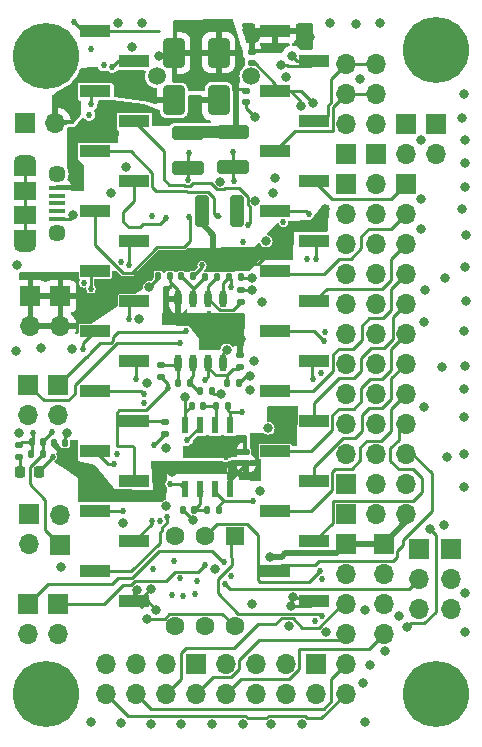
<source format=gbr>
%TF.GenerationSoftware,KiCad,Pcbnew,7.0.7*%
%TF.CreationDate,2023-10-22T22:56:54-04:00*%
%TF.ProjectId,DaisySeedBreakout,44616973-7953-4656-9564-427265616b6f,rev?*%
%TF.SameCoordinates,Original*%
%TF.FileFunction,Copper,L1,Top*%
%TF.FilePolarity,Positive*%
%FSLAX46Y46*%
G04 Gerber Fmt 4.6, Leading zero omitted, Abs format (unit mm)*
G04 Created by KiCad (PCBNEW 7.0.7) date 2023-10-22 22:56:54*
%MOMM*%
%LPD*%
G01*
G04 APERTURE LIST*
G04 Aperture macros list*
%AMRoundRect*
0 Rectangle with rounded corners*
0 $1 Rounding radius*
0 $2 $3 $4 $5 $6 $7 $8 $9 X,Y pos of 4 corners*
0 Add a 4 corners polygon primitive as box body*
4,1,4,$2,$3,$4,$5,$6,$7,$8,$9,$2,$3,0*
0 Add four circle primitives for the rounded corners*
1,1,$1+$1,$2,$3*
1,1,$1+$1,$4,$5*
1,1,$1+$1,$6,$7*
1,1,$1+$1,$8,$9*
0 Add four rect primitives between the rounded corners*
20,1,$1+$1,$2,$3,$4,$5,0*
20,1,$1+$1,$4,$5,$6,$7,0*
20,1,$1+$1,$6,$7,$8,$9,0*
20,1,$1+$1,$8,$9,$2,$3,0*%
G04 Aperture macros list end*
%TA.AperFunction,SMDPad,CuDef*%
%ADD10O,0.599999X1.450000*%
%TD*%
%TA.AperFunction,ComponentPad*%
%ADD11C,1.498600*%
%TD*%
%TA.AperFunction,SMDPad,CuDef*%
%ADD12RoundRect,0.250000X-0.650000X1.000000X-0.650000X-1.000000X0.650000X-1.000000X0.650000X1.000000X0*%
%TD*%
%TA.AperFunction,SMDPad,CuDef*%
%ADD13RoundRect,0.140000X-0.170000X0.140000X-0.170000X-0.140000X0.170000X-0.140000X0.170000X0.140000X0*%
%TD*%
%TA.AperFunction,SMDPad,CuDef*%
%ADD14RoundRect,0.250000X-0.325000X-1.100000X0.325000X-1.100000X0.325000X1.100000X-0.325000X1.100000X0*%
%TD*%
%TA.AperFunction,SMDPad,CuDef*%
%ADD15RoundRect,0.250000X-1.100000X0.325000X-1.100000X-0.325000X1.100000X-0.325000X1.100000X0.325000X0*%
%TD*%
%TA.AperFunction,SMDPad,CuDef*%
%ADD16RoundRect,0.135000X-0.185000X0.135000X-0.185000X-0.135000X0.185000X-0.135000X0.185000X0.135000X0*%
%TD*%
%TA.AperFunction,ComponentPad*%
%ADD17R,1.700000X1.700000*%
%TD*%
%TA.AperFunction,ComponentPad*%
%ADD18O,1.700000X1.700000*%
%TD*%
%TA.AperFunction,ComponentPad*%
%ADD19R,1.600000X1.600000*%
%TD*%
%TA.AperFunction,ComponentPad*%
%ADD20C,1.600000*%
%TD*%
%TA.AperFunction,ComponentPad*%
%ADD21C,5.600000*%
%TD*%
%TA.AperFunction,SMDPad,CuDef*%
%ADD22R,1.350000X0.400000*%
%TD*%
%TA.AperFunction,SMDPad,CuDef*%
%ADD23R,1.900000X1.500000*%
%TD*%
%TA.AperFunction,SMDPad,CuDef*%
%ADD24R,1.900000X1.200000*%
%TD*%
%TA.AperFunction,ComponentPad*%
%ADD25O,1.900000X1.200000*%
%TD*%
%TA.AperFunction,ComponentPad*%
%ADD26C,1.450000*%
%TD*%
%TA.AperFunction,SMDPad,CuDef*%
%ADD27RoundRect,0.135000X-0.135000X-0.185000X0.135000X-0.185000X0.135000X0.185000X-0.135000X0.185000X0*%
%TD*%
%TA.AperFunction,SMDPad,CuDef*%
%ADD28RoundRect,0.135000X0.185000X-0.135000X0.185000X0.135000X-0.185000X0.135000X-0.185000X-0.135000X0*%
%TD*%
%TA.AperFunction,SMDPad,CuDef*%
%ADD29RoundRect,0.135000X0.135000X0.185000X-0.135000X0.185000X-0.135000X-0.185000X0.135000X-0.185000X0*%
%TD*%
%TA.AperFunction,SMDPad,CuDef*%
%ADD30RoundRect,0.225000X0.225000X0.250000X-0.225000X0.250000X-0.225000X-0.250000X0.225000X-0.250000X0*%
%TD*%
%TA.AperFunction,SMDPad,CuDef*%
%ADD31RoundRect,0.140000X-0.140000X-0.170000X0.140000X-0.170000X0.140000X0.170000X-0.140000X0.170000X0*%
%TD*%
%TA.AperFunction,SMDPad,CuDef*%
%ADD32RoundRect,0.140000X0.140000X0.170000X-0.140000X0.170000X-0.140000X-0.170000X0.140000X-0.170000X0*%
%TD*%
%TA.AperFunction,SMDPad,CuDef*%
%ADD33R,0.558800X1.460500*%
%TD*%
%TA.AperFunction,SMDPad,CuDef*%
%ADD34RoundRect,0.140000X0.170000X-0.140000X0.170000X0.140000X-0.170000X0.140000X-0.170000X-0.140000X0*%
%TD*%
%TA.AperFunction,SMDPad,CuDef*%
%ADD35R,2.510000X1.000000*%
%TD*%
%TA.AperFunction,ViaPad*%
%ADD36C,0.800000*%
%TD*%
%TA.AperFunction,ViaPad*%
%ADD37C,0.517200*%
%TD*%
%TA.AperFunction,Conductor*%
%ADD38C,0.250000*%
%TD*%
%TA.AperFunction,Conductor*%
%ADD39C,0.239000*%
%TD*%
%TA.AperFunction,Conductor*%
%ADD40C,0.500000*%
%TD*%
%TA.AperFunction,Conductor*%
%ADD41C,1.000000*%
%TD*%
G04 APERTURE END LIST*
D10*
%TO.P,U7,1,OUT*%
%TO.N,/Audio In/L_out+*%
X143273284Y-61545753D03*
%TO.P,U7,2,IN-*%
%TO.N,/Audio In/L_in-*%
X144543284Y-61545753D03*
%TO.P,U7,3,IN+*%
%TO.N,/Audio In/L_in+*%
X145813284Y-61545753D03*
%TO.P,U7,4,V-*%
%TO.N,GND*%
X147083284Y-61545753D03*
%TO.P,U7,5,IN+*%
%TO.N,/Audio In/R_in+*%
X147083284Y-56095754D03*
%TO.P,U7,6,IN-*%
%TO.N,/Audio In/R_in-*%
X145813284Y-56095754D03*
%TO.P,U7,7,OUT*%
%TO.N,/Audio In/R_out+*%
X144543284Y-56095754D03*
%TO.P,U7,8,V+*%
%TO.N,+3.3VA*%
X143273284Y-56095754D03*
%TD*%
D11*
%TO.P,J4,10,10*%
%TO.N,unconnected-(J4-Pad10)*%
X141453600Y-37236400D03*
%TO.P,J4,11,11*%
%TO.N,unconnected-(J4-Pad11)*%
X149453600Y-37236400D03*
%TD*%
D12*
%TO.P,D3,1,K*%
%TO.N,+5V*%
X142900400Y-35287200D03*
%TO.P,D3,2,A*%
%TO.N,/HEADER_5V*%
X142900400Y-39287200D03*
%TD*%
%TO.P,D2,1,K*%
%TO.N,+5V*%
X146685000Y-35236400D03*
%TO.P,D2,2,A*%
%TO.N,/USB_5V*%
X146685000Y-39236400D03*
%TD*%
D13*
%TO.P,C15,1*%
%TO.N,+5V*%
X148996400Y-38458200D03*
%TO.P,C15,2*%
%TO.N,GND*%
X148996400Y-39418200D03*
%TD*%
D14*
%TO.P,C21,1*%
%TO.N,+3.3V*%
X145262600Y-48615600D03*
%TO.P,C21,2*%
%TO.N,GND*%
X148212600Y-48615600D03*
%TD*%
D15*
%TO.P,C20,1*%
%TO.N,+5V*%
X144068800Y-42037000D03*
%TO.P,C20,2*%
%TO.N,GND*%
X144068800Y-44987000D03*
%TD*%
%TO.P,C19,1*%
%TO.N,+5V*%
X147929600Y-41982600D03*
%TO.P,C19,2*%
%TO.N,GND*%
X147929600Y-44932600D03*
%TD*%
D16*
%TO.P,R52,1*%
%TO.N,/MIDI_UART_TX*%
X142154551Y-66530071D03*
%TO.P,R52,2*%
%TO.N,/MIDI_TX_CONN*%
X142154551Y-67550071D03*
%TD*%
D17*
%TO.P,J3,1,Pin_1*%
%TO.N,GND*%
X166345752Y-77233367D03*
D18*
%TO.P,J3,2,Pin_2*%
%TO.N,/MIDI_IN_CONN*%
X166345752Y-79773367D03*
%TO.P,J3,3,Pin_3*%
%TO.N,/MIDI_IN_CONN_R*%
X166345752Y-82313367D03*
%TD*%
D17*
%TO.P,J1,1,Pin_1*%
%TO.N,GND*%
X163678752Y-77233367D03*
D18*
%TO.P,J1,2,Pin_2*%
%TO.N,/MIDI_TX_CONN*%
X163678752Y-79773367D03*
%TO.P,J1,3,Pin_3*%
%TO.N,/MIDI_TX_PWR*%
X163678752Y-82313367D03*
%TD*%
D19*
%TO.P,U1,1*%
%TO.N,/MIDI_IN_Diode*%
X148044865Y-76189884D03*
D20*
%TO.P,U1,2*%
%TO.N,/MIDI_IN_CONN*%
X145504865Y-76189884D03*
%TO.P,U1,3,NC*%
%TO.N,unconnected-(U1-NC-Pad3)*%
X142964865Y-76189884D03*
%TO.P,U1,4,VO*%
%TO.N,/MIDI_UART_RX*%
X142964865Y-83809884D03*
%TO.P,U1,5,GND*%
%TO.N,GND*%
X145504865Y-83809884D03*
%TO.P,U1,6,VCC*%
%TO.N,+3.3V*%
X148044865Y-83809884D03*
%TD*%
D17*
%TO.P,J26,1,Pin_1*%
%TO.N,+3.3V*%
X133299515Y-55880000D03*
D18*
%TO.P,J26,2,Pin_2*%
X133299515Y-58420000D03*
%TD*%
D17*
%TO.P,J25,1,Pin_1*%
%TO.N,+3.3V*%
X130759515Y-55880000D03*
D18*
%TO.P,J25,2,Pin_2*%
X130759515Y-58420000D03*
%TD*%
D17*
%TO.P,J16,1,Pin_1*%
%TO.N,+5V*%
X165100000Y-41275000D03*
D18*
%TO.P,J16,2,Pin_2*%
X165100000Y-43815000D03*
%TD*%
D17*
%TO.P,J9,1,Pin_1*%
%TO.N,+5V*%
X162560000Y-41275000D03*
D18*
%TO.P,J9,2,Pin_2*%
X162560000Y-43815000D03*
%TD*%
D17*
%TO.P,J17,1,Pin_1*%
%TO.N,/Condensor Microphone/MIC_CONN*%
X130598707Y-74295000D03*
D18*
%TO.P,J17,2,Pin_2*%
%TO.N,GND*%
X130598707Y-76835000D03*
%TD*%
D17*
%TO.P,J12,1,Pin_1*%
%TO.N,/Audio_IN_L_CONN*%
X130556000Y-63373000D03*
D18*
%TO.P,J12,2,Pin_2*%
%TO.N,GND*%
X130556000Y-65913000D03*
%TD*%
D17*
%TO.P,J13,1,Pin_1*%
%TO.N,/Audio_IN_R_CONN*%
X133096000Y-63373000D03*
D18*
%TO.P,J13,2,Pin_2*%
%TO.N,GND*%
X133096000Y-65913000D03*
%TD*%
D17*
%TO.P,J11,1,Pin_1*%
%TO.N,/Audio_OUT_R_CONN*%
X133096000Y-81885000D03*
D18*
%TO.P,J11,2,Pin_2*%
%TO.N,GND*%
X133096000Y-84425000D03*
%TD*%
D17*
%TO.P,J2,1,Pin_1*%
%TO.N,/Audio_OUT_L_CONN*%
X130556000Y-81885000D03*
D18*
%TO.P,J2,2,Pin_2*%
%TO.N,GND*%
X130556000Y-84425000D03*
%TD*%
D17*
%TO.P,J6,1,Pin_1*%
%TO.N,GND*%
X130278896Y-41177130D03*
D18*
%TO.P,J6,2,Pin_2*%
%TO.N,/HEADER_5V*%
X132818896Y-41177130D03*
%TD*%
D17*
%TO.P,J8,1,Pin_1*%
%TO.N,/Mic_OUT*%
X133289018Y-76933900D03*
D18*
%TO.P,J8,2,Pin_2*%
%TO.N,/Audio_IN_L_CONN*%
X133289018Y-74393900D03*
%TD*%
D17*
%TO.P,J24,1,Pin_1*%
%TO.N,/AI_9*%
X162542600Y-46355000D03*
D18*
%TO.P,J24,2,Pin_2*%
%TO.N,/AI_8*%
X162542600Y-48895000D03*
%TO.P,J24,3,Pin_3*%
%TO.N,/AI_7*%
X162542600Y-51435000D03*
%TO.P,J24,4,Pin_4*%
%TO.N,/AI_6*%
X162542600Y-53975000D03*
%TO.P,J24,5,Pin_5*%
%TO.N,/AI_5*%
X162542600Y-56515000D03*
%TO.P,J24,6,Pin_6*%
%TO.N,/AI_4*%
X162542600Y-59055000D03*
%TO.P,J24,7,Pin_7*%
%TO.N,/AI_3*%
X162542600Y-61595000D03*
%TO.P,J24,8,Pin_8*%
%TO.N,/AI_2*%
X162542600Y-64135000D03*
%TO.P,J24,9,Pin_9*%
%TO.N,/AI_1*%
X162542600Y-66675000D03*
%TO.P,J24,10,Pin_10*%
%TO.N,/AI_0*%
X162542600Y-69215000D03*
%TD*%
D17*
%TO.P,J23,1,1*%
%TO.N,GND*%
X157480000Y-46355000D03*
D18*
%TO.P,J23,2,2*%
%TO.N,+3.3V*%
X160020000Y-46355000D03*
%TO.P,J23,3,3*%
%TO.N,GND*%
X157480000Y-48895000D03*
%TO.P,J23,4,4*%
%TO.N,+3.3V*%
X160020000Y-48895000D03*
%TO.P,J23,5,5*%
%TO.N,GND*%
X157480000Y-51435000D03*
%TO.P,J23,6,6*%
%TO.N,+3.3V*%
X160020000Y-51435000D03*
%TO.P,J23,7,7*%
%TO.N,GND*%
X157480000Y-53975000D03*
%TO.P,J23,8,8*%
%TO.N,+3.3V*%
X160020000Y-53975000D03*
%TO.P,J23,9,9*%
%TO.N,GND*%
X157480000Y-56515000D03*
%TO.P,J23,10,10*%
%TO.N,+3.3V*%
X160020000Y-56515000D03*
%TO.P,J23,11,11*%
%TO.N,GND*%
X157480000Y-59055000D03*
%TO.P,J23,12,12*%
%TO.N,+3.3V*%
X160020000Y-59055000D03*
%TO.P,J23,13,13*%
%TO.N,GND*%
X157480000Y-61595000D03*
%TO.P,J23,14,14*%
%TO.N,+3.3V*%
X160020000Y-61595000D03*
%TO.P,J23,15,15*%
%TO.N,GND*%
X157480000Y-64135000D03*
%TO.P,J23,16,16*%
%TO.N,+3.3V*%
X160020000Y-64135000D03*
%TO.P,J23,17,17*%
%TO.N,GND*%
X157480000Y-66675000D03*
%TO.P,J23,18,18*%
%TO.N,+3.3V*%
X160020000Y-66675000D03*
%TO.P,J23,19,19*%
%TO.N,GND*%
X157480000Y-69215000D03*
%TO.P,J23,20,20*%
%TO.N,+3.3V*%
X160020000Y-69215000D03*
%TD*%
D17*
%TO.P,J14,1,Pin_1*%
%TO.N,GND*%
X157480000Y-71755000D03*
D18*
%TO.P,J14,2,Pin_2*%
%TO.N,/AO_1*%
X160020000Y-71755000D03*
%TO.P,J14,3,Pin_3*%
%TO.N,+3.3V*%
X162560000Y-71755000D03*
%TD*%
D17*
%TO.P,J21,1,Pin_1*%
%TO.N,GND*%
X144780000Y-86995000D03*
D18*
%TO.P,J21,2,Pin_2*%
%TO.N,/DIO3_PICO*%
X144780000Y-89535000D03*
%TO.P,J21,3,Pin_3*%
%TO.N,GND*%
X142240000Y-86995000D03*
%TO.P,J21,4,Pin_4*%
%TO.N,/DIO2_POCI*%
X142240000Y-89535000D03*
%TO.P,J21,5,Pin_5*%
%TO.N,GND*%
X139700000Y-86995000D03*
%TO.P,J21,6,Pin_6*%
%TO.N,/DIO1_SCK*%
X139700000Y-89535000D03*
%TO.P,J21,7,Pin_7*%
%TO.N,GND*%
X137160000Y-86995000D03*
%TO.P,J21,8,Pin_8*%
%TO.N,/DIO0_CS*%
X137160000Y-89535000D03*
%TD*%
D17*
%TO.P,J18,1,Pin_1*%
%TO.N,GND*%
X154940000Y-86995000D03*
D18*
%TO.P,J18,2,Pin_2*%
%TO.N,/DIO7*%
X154940000Y-89535000D03*
%TO.P,J18,3,Pin_3*%
%TO.N,GND*%
X152400000Y-86995000D03*
%TO.P,J18,4,Pin_4*%
%TO.N,/DIO6*%
X152400000Y-89535000D03*
%TO.P,J18,5,Pin_5*%
%TO.N,GND*%
X149860000Y-86995000D03*
%TO.P,J18,6,Pin_6*%
%TO.N,/DIO5_SDA_TX*%
X149860000Y-89535000D03*
%TO.P,J18,7,Pin_7*%
%TO.N,GND*%
X147320000Y-86995000D03*
%TO.P,J18,8,Pin_8*%
%TO.N,/DIO4_SCL_RX*%
X147320000Y-89535000D03*
%TD*%
D17*
%TO.P,J10,1,Pin_1*%
%TO.N,GND*%
X157480000Y-74295000D03*
D18*
%TO.P,J10,2,Pin_2*%
%TO.N,/AO_0*%
X160020000Y-74295000D03*
%TO.P,J10,3,Pin_3*%
%TO.N,+3.3V*%
X162560000Y-74295000D03*
%TD*%
D21*
%TO.P,H1,1*%
%TO.N,GND*%
X132080000Y-35560000D03*
%TD*%
D17*
%TO.P,J5,1,Pin_1*%
%TO.N,+5V*%
X157480000Y-43805000D03*
D18*
%TO.P,J5,2,Pin_2*%
%TO.N,GND*%
X157480000Y-41265000D03*
%TO.P,J5,3,Pin_3*%
%TO.N,/USB_n*%
X157480000Y-38725000D03*
%TO.P,J5,4,Pin_4*%
%TO.N,/USB_p*%
X157480000Y-36185000D03*
%TD*%
D17*
%TO.P,J20,1,Pin_1*%
%TO.N,+3.3V*%
X160020000Y-43805000D03*
D18*
%TO.P,J20,2,Pin_2*%
%TO.N,GND*%
X160020000Y-41265000D03*
%TO.P,J20,3,Pin_3*%
%TO.N,/USB_n*%
X160020000Y-38725000D03*
%TO.P,J20,4,Pin_4*%
%TO.N,/USB_p*%
X160020000Y-36185000D03*
%TD*%
D17*
%TO.P,J7,1,Pin_1*%
%TO.N,+3.3V*%
X160655000Y-76835000D03*
D18*
%TO.P,J7,2,Pin_2*%
%TO.N,GND*%
X160655000Y-79375000D03*
%TO.P,J7,3,Pin_3*%
%TO.N,/DIO5_SDA_TX*%
X160655000Y-81915000D03*
%TO.P,J7,4,Pin_4*%
%TO.N,/DIO4_SCL_RX*%
X160655000Y-84455000D03*
%TD*%
D17*
%TO.P,J19,1,Pin_1*%
%TO.N,+3.3V*%
X157480000Y-76835000D03*
D18*
%TO.P,J19,2,Pin_2*%
%TO.N,GND*%
X157480000Y-79375000D03*
%TO.P,J19,3,Pin_3*%
%TO.N,/DIO2_POCI*%
X157480000Y-81915000D03*
%TO.P,J19,4,Pin_4*%
%TO.N,/DIO3_PICO*%
X157480000Y-84455000D03*
%TO.P,J19,5,Pin_5*%
%TO.N,/DIO1_SCK*%
X157480000Y-86995000D03*
%TO.P,J19,6,Pin_6*%
%TO.N,/DIO0_CS*%
X157480000Y-89535000D03*
%TD*%
D22*
%TO.P,J15,1,VBUS*%
%TO.N,/USB_5V*%
X133002000Y-46690000D03*
%TO.P,J15,2,D-*%
%TO.N,unconnected-(J15-D--Pad2)*%
X133002000Y-47340000D03*
%TO.P,J15,3,D+*%
%TO.N,unconnected-(J15-D+-Pad3)*%
X133002000Y-47990000D03*
%TO.P,J15,4,ID*%
%TO.N,unconnected-(J15-ID-Pad4)*%
X133002000Y-48640000D03*
%TO.P,J15,5,GND*%
%TO.N,GND*%
X133002000Y-49290000D03*
D23*
%TO.P,J15,6,Shield*%
X130302000Y-46990000D03*
D24*
X130302000Y-50890000D03*
D25*
X130302000Y-51490000D03*
D26*
X133002000Y-45490000D03*
D25*
X130302000Y-44490000D03*
D24*
X130302000Y-45090000D03*
D26*
X133002000Y-50490000D03*
D23*
X130302000Y-48990000D03*
%TD*%
D27*
%TO.P,R22,2*%
%TO.N,GND*%
X148582348Y-54262791D03*
%TO.P,R22,1*%
%TO.N,/Audio In/R_in+*%
X147562348Y-54262791D03*
%TD*%
%TO.P,R56,1*%
%TO.N,/Audio In/L_out+*%
X143243884Y-63209052D03*
%TO.P,R56,2*%
%TO.N,/Audio In/L_in-*%
X144263884Y-63209052D03*
%TD*%
D28*
%TO.P,R20,1*%
%TO.N,Net-(C28-Pad2)*%
X129806556Y-69476658D03*
%TO.P,R20,2*%
%TO.N,/Condensor Microphone/MIC_IN-*%
X129806556Y-68456658D03*
%TD*%
%TO.P,R33,2*%
%TO.N,/Audio In/L_out+*%
X141777797Y-61699731D03*
%TO.P,R33,1*%
%TO.N,/Audio_IN_1*%
X141777797Y-62719731D03*
%TD*%
D29*
%TO.P,R32,1*%
%TO.N,/Audio_IN_2*%
X144527373Y-54174862D03*
%TO.P,R32,2*%
%TO.N,/Audio In/R_out+*%
X143507373Y-54174862D03*
%TD*%
D30*
%TO.P,C28,2*%
%TO.N,Net-(C28-Pad2)*%
X129905263Y-70744658D03*
%TO.P,C28,1*%
%TO.N,GND*%
X131455263Y-70744658D03*
%TD*%
D27*
%TO.P,R59,1*%
%TO.N,/Audio In/R_out+*%
X145551720Y-54226154D03*
%TO.P,R59,2*%
%TO.N,/Audio In/R_in-*%
X146571720Y-54226154D03*
%TD*%
D28*
%TO.P,R60,1*%
%TO.N,/Audio In/R_in-*%
X148579884Y-56395352D03*
%TO.P,R60,2*%
%TO.N,GND*%
X148579884Y-55375352D03*
%TD*%
D16*
%TO.P,R31,1*%
%TO.N,+3.3VA*%
X148497957Y-60838016D03*
%TO.P,R31,2*%
%TO.N,/Audio In/L_in+*%
X148497957Y-61858016D03*
%TD*%
D27*
%TO.P,R61,1*%
%TO.N,/Audio In/L_in-*%
X145108200Y-63906400D03*
%TO.P,R61,2*%
%TO.N,GND*%
X146128200Y-63906400D03*
%TD*%
D31*
%TO.P,C27,1*%
%TO.N,/Condensor Microphone/MIC_IN-*%
X130850556Y-68204658D03*
%TO.P,C27,2*%
%TO.N,/Mic_OUT*%
X131810556Y-68204658D03*
%TD*%
D32*
%TO.P,C71,1*%
%TO.N,/Audio Out/R_in-*%
X144643227Y-73953230D03*
%TO.P,C71,2*%
%TO.N,GND*%
X143683227Y-73953230D03*
%TD*%
D27*
%TO.P,R8,1*%
%TO.N,/Audio Out/L_in-*%
X146438467Y-65131804D03*
%TO.P,R8,2*%
%TO.N,/Audio Out/L_out*%
X147458467Y-65131804D03*
%TD*%
D33*
%TO.P,U3,1*%
%TO.N,/Audio Out/L_out*%
X147668049Y-66756608D03*
%TO.P,U3,2,-A*%
%TO.N,/Audio Out/L_in-*%
X146398049Y-66756608D03*
%TO.P,U3,3,+IN_A*%
%TO.N,/Audio Out/L_in+*%
X145128049Y-66756608D03*
%TO.P,U3,4,V-*%
%TO.N,GND*%
X143858049Y-66756608D03*
%TO.P,U3,5,+IN_B*%
%TO.N,/Audio Out/R_in+*%
X143858049Y-72204908D03*
%TO.P,U3,6,-B*%
%TO.N,/Audio Out/R_in-*%
X145128049Y-72204908D03*
%TO.P,U3,7*%
%TO.N,/Audio Out/R_out*%
X146398049Y-72204908D03*
%TO.P,U3,8,V+*%
%TO.N,+3.3VA*%
X147668049Y-72204908D03*
%TD*%
D31*
%TO.P,C23,1*%
%TO.N,+3.3VA*%
X132717600Y-68300600D03*
%TO.P,C23,2*%
%TO.N,GND*%
X133677600Y-68300600D03*
%TD*%
D32*
%TO.P,C70,1*%
%TO.N,/Audio Out/L_in-*%
X145396467Y-65131804D03*
%TO.P,C70,2*%
%TO.N,GND*%
X144436467Y-65131804D03*
%TD*%
D27*
%TO.P,R66,2*%
%TO.N,/Audio Out/R_out*%
X146750385Y-73967125D03*
%TO.P,R66,1*%
%TO.N,/Audio Out/R_in-*%
X145730385Y-73967125D03*
%TD*%
D29*
%TO.P,R17,1*%
%TO.N,/Mic_OUT*%
X131834340Y-69210167D03*
%TO.P,R17,2*%
%TO.N,/Condensor Microphone/MIC_IN-*%
X130814340Y-69210167D03*
%TD*%
D34*
%TO.P,C24,1*%
%TO.N,+3.3VA*%
X149021800Y-70025200D03*
%TO.P,C24,2*%
%TO.N,GND*%
X149021800Y-69065200D03*
%TD*%
D27*
%TO.P,R23,1*%
%TO.N,/Audio In/L_in+*%
X147409484Y-63209052D03*
%TO.P,R23,2*%
%TO.N,GND*%
X148429484Y-63209052D03*
%TD*%
D32*
%TO.P,C14,1*%
%TO.N,+3.3VA*%
X142544784Y-54132752D03*
%TO.P,C14,2*%
%TO.N,GND*%
X141584784Y-54132752D03*
%TD*%
D21*
%TO.P,H4,1*%
%TO.N,GND*%
X165100000Y-35052000D03*
%TD*%
%TO.P,H2,1*%
%TO.N,GND*%
X165100000Y-89535000D03*
%TD*%
D34*
%TO.P,C3,2*%
%TO.N,GND*%
X149479000Y-35173100D03*
%TO.P,C3,1*%
%TO.N,+3.3V*%
X149479000Y-36133100D03*
%TD*%
D35*
%TO.P,A1,1,USB_ID*%
%TO.N,Net-(A1-USB_ID)*%
X136253581Y-33448804D03*
%TO.P,A1,2,SD_DATA_3*%
%TO.N,/SD_D3*%
X139563581Y-35988804D03*
%TO.P,A1,3,SD_DATA_2*%
%TO.N,/SD_D2*%
X136253581Y-38528804D03*
%TO.P,A1,4,SD_DATA_1*%
%TO.N,/SD_D1*%
X139563581Y-41068804D03*
%TO.P,A1,5,SD_DATA_0*%
%TO.N,/SD_D0*%
X136253581Y-43608804D03*
%TO.P,A1,6,SD_CMD*%
%TO.N,/SD_CMD*%
X139563581Y-46148804D03*
%TO.P,A1,7,SD_CLK*%
%TO.N,/SD_CLK*%
X136253581Y-48688804D03*
%TO.P,A1,8,SPI1_CS*%
%TO.N,/DIO0_CS*%
X139563581Y-51228804D03*
%TO.P,A1,9,SPI1_SCK*%
%TO.N,/DIO1_SCK*%
X136253581Y-53768804D03*
%TO.P,A1,10,SPI1_POCI*%
%TO.N,/DIO2_POCI*%
X139563581Y-56308804D03*
%TO.P,A1,11,SPI1_PICO*%
%TO.N,/DIO3_PICO*%
X136253581Y-58848804D03*
%TO.P,A1,12,I2C1_SCL*%
%TO.N,/DIO4_SCL_RX*%
X139563581Y-61388804D03*
%TO.P,A1,13,I2C1_SDA*%
%TO.N,/DIO5_SDA_TX*%
X136253581Y-63928804D03*
%TO.P,A1,14,USART1_TX*%
%TO.N,/MIDI_UART_TX*%
X139563581Y-66468804D03*
%TO.P,A1,15,USART1_RX*%
%TO.N,/MIDI_UART_RX*%
X136253581Y-69008804D03*
%TO.P,A1,16,AUDIO_IN_1*%
%TO.N,/Audio_IN_1*%
X139563581Y-71548804D03*
%TO.P,A1,17,AUDIO_IN_2*%
%TO.N,/Audio_IN_2*%
X136253581Y-74088804D03*
%TO.P,A1,18,AUDIO_OUT_1*%
%TO.N,/Audio_OUT_1*%
X139563581Y-76628804D03*
%TO.P,A1,19,AUDIO_OUT_2*%
%TO.N,/Audio_OUT_2*%
X136253581Y-79168804D03*
%TO.P,A1,20,AGND*%
%TO.N,GND*%
X139563581Y-81708804D03*
%TO.P,A1,21,3V3_A*%
%TO.N,+3.3VA*%
X154803603Y-81708605D03*
%TO.P,A1,22,ADC_0*%
%TO.N,/AI_0*%
X151493603Y-79168605D03*
%TO.P,A1,23,ADC_1*%
%TO.N,/AI_1*%
X154803603Y-76628605D03*
%TO.P,A1,24,ADC_2*%
%TO.N,/AI_2*%
X151493603Y-74088605D03*
%TO.P,A1,25,ADC_3*%
%TO.N,/AI_3*%
X154803603Y-71548605D03*
%TO.P,A1,26,ADC_4*%
%TO.N,/AI_4*%
X151493603Y-69008605D03*
%TO.P,A1,27,ADC_5*%
%TO.N,/AI_5*%
X154803603Y-66468605D03*
%TO.P,A1,28,ADC_6*%
%TO.N,/AI_6*%
X151493603Y-63928605D03*
%TO.P,A1,29,DAC_OUT2*%
%TO.N,/AO_0*%
X154803603Y-61388605D03*
%TO.P,A1,30,DAC_OUT1*%
%TO.N,/AO_1*%
X151493603Y-58848605D03*
%TO.P,A1,31,SAI2_MCLK*%
%TO.N,/AI_7*%
X154803603Y-56308605D03*
%TO.P,A1,32,SAI2_SD_B*%
%TO.N,/AI_8*%
X151493603Y-53768605D03*
%TO.P,A1,33,SAI2_SD_A*%
%TO.N,/DIO6*%
X154803603Y-51228605D03*
%TO.P,A1,34,SAI2_FS*%
%TO.N,/DIO7*%
X151493603Y-48688605D03*
%TO.P,A1,35,SAI2_SCK*%
%TO.N,/AI_9*%
X154803603Y-46148605D03*
%TO.P,A1,36,USB_D_-*%
%TO.N,/USB_n*%
X151493603Y-43608605D03*
%TO.P,A1,37,USB_D_+*%
%TO.N,/USB_p*%
X154803603Y-41068605D03*
%TO.P,A1,38,3V3_D*%
%TO.N,+3.3V*%
X151493603Y-38528605D03*
%TO.P,A1,39,VIN*%
%TO.N,+5V*%
X154803603Y-35988605D03*
%TO.P,A1,40,DGND*%
%TO.N,GND*%
X151493603Y-33448605D03*
%TD*%
D21*
%TO.P,H3,1*%
%TO.N,GND*%
X132080000Y-89535000D03*
%TD*%
D36*
%TO.N,+5V*%
X141630400Y-35534600D03*
%TO.N,GND*%
X151434800Y-45897800D03*
X138836400Y-44958000D03*
D37*
%TO.N,/SD_D1*%
X149160472Y-49839631D03*
%TO.N,/SD_CLK*%
X144221200Y-49149000D03*
%TO.N,/SD_D0*%
X146659600Y-49098200D03*
%TO.N,/SD_D3*%
X141020800Y-49072800D03*
%TO.N,/SD_CMD*%
X142214600Y-49225200D03*
%TO.N,Net-(A1-USB_ID)*%
X134416800Y-32639000D03*
%TO.N,GND*%
X135864600Y-34950400D03*
X141173200Y-78994000D03*
%TO.N,+3.3V*%
X142875000Y-78280900D03*
X142722600Y-81178400D03*
%TO.N,GND*%
X143459200Y-79705200D03*
X144881600Y-79984600D03*
X144653000Y-81076800D03*
X143713200Y-81254600D03*
X144145000Y-43738800D03*
X147878800Y-43662600D03*
X148005800Y-46075600D03*
X144068800Y-46024800D03*
%TO.N,/Mic_OUT*%
X132575300Y-67322700D03*
%TO.N,+3.3VA*%
X145860984Y-57370300D03*
%TO.N,GND*%
X147294600Y-69519800D03*
X132627503Y-69460665D03*
X138099800Y-69215000D03*
D36*
X164084000Y-65252600D03*
X164109400Y-58089800D03*
X164134800Y-55346600D03*
X163855400Y-47650400D03*
X163855400Y-50215800D03*
X163855400Y-42646600D03*
X158673800Y-37490400D03*
X158902400Y-88646000D03*
X160756600Y-85928200D03*
X140233400Y-32749500D03*
X137541000Y-47167800D03*
X146837400Y-46177200D03*
D37*
X152171400Y-49606200D03*
X135737600Y-40487600D03*
D36*
X129590800Y-53213000D03*
X167259000Y-40817800D03*
X167563800Y-44602400D03*
X167335200Y-48514000D03*
X167513000Y-53365400D03*
X167436800Y-58851800D03*
X167462200Y-63754000D03*
X167487600Y-69240400D03*
D37*
X136982200Y-36322000D03*
X135276515Y-54743040D03*
D36*
X131673600Y-60274200D03*
X159054800Y-82397600D03*
X155752800Y-84302600D03*
X161950400Y-82981800D03*
X167589200Y-81026000D03*
X167563800Y-84328000D03*
X138430000Y-92024200D03*
X143484600Y-92075000D03*
X148717000Y-92100400D03*
X151155400Y-92125800D03*
D37*
X154838400Y-83337400D03*
X147751800Y-79578200D03*
X141739604Y-74912204D03*
X140360400Y-64897000D03*
D36*
X138201400Y-32749500D03*
X156159200Y-32740600D03*
X158292800Y-32791400D03*
X160375600Y-32715200D03*
D37*
X155448000Y-79781400D03*
X155321000Y-62357000D03*
X155676600Y-58877200D03*
X154178000Y-52679600D03*
X138455400Y-52959000D03*
X148742400Y-51282600D03*
D36*
X150723600Y-51206400D03*
X146404831Y-79001145D03*
X138557000Y-75057000D03*
X140589000Y-63220600D03*
X139979400Y-57759600D03*
X134289800Y-60350400D03*
X129552999Y-60486248D03*
X159537400Y-87122000D03*
X135915400Y-91948000D03*
X140944600Y-92100400D03*
X146151600Y-92091500D03*
X153720800Y-92091500D03*
X159080200Y-91922600D03*
X167462200Y-72059800D03*
X167487600Y-66065400D03*
X167513000Y-61747400D03*
X167665400Y-56311800D03*
X167614600Y-50723800D03*
X167513000Y-46583600D03*
X167589200Y-42621200D03*
X167436800Y-38735000D03*
D37*
%TO.N,/Condensor Microphone/MIC_IN-*%
X131013200Y-67411600D03*
%TO.N,/Audio In/L_in+*%
X145516600Y-62941200D03*
%TO.N,/Audio In/R_in+*%
X147757937Y-55061800D03*
D36*
%TO.N,+3.3V*%
X148656433Y-52582265D03*
X144542130Y-52592909D03*
X140663299Y-53526700D03*
X150748802Y-52349202D03*
%TO.N,+3.3VA*%
X152349200Y-67767200D03*
X152831800Y-66725800D03*
X151790400Y-65913000D03*
%TO.N,GND*%
X150368000Y-56388000D03*
%TO.N,+5V*%
X151993600Y-36268708D03*
X152918829Y-35542806D03*
%TO.N,+3.3VA*%
X142722520Y-70764320D03*
X153018500Y-81296500D03*
D37*
%TO.N,/Audio_IN_2*%
X138620700Y-74091800D03*
D36*
%TO.N,GND*%
X149682200Y-61391800D03*
%TO.N,+3.3VA*%
X148564600Y-59512200D03*
%TO.N,GND*%
X152400000Y-37287200D03*
%TO.N,+3.3V*%
X164617400Y-75590400D03*
X151003000Y-77952600D03*
X140639800Y-83158384D03*
X155676600Y-48463200D03*
X146507200Y-53111400D03*
X154711400Y-39547800D03*
X153695400Y-39776400D03*
%TO.N,GND*%
X133350000Y-78816200D03*
X133883400Y-67437000D03*
X129794000Y-67437000D03*
%TO.N,+3.3VA*%
X133718081Y-69469000D03*
%TO.N,GND*%
X140970000Y-80619600D03*
X139801600Y-80721200D03*
X141376400Y-82397600D03*
X144500600Y-74803000D03*
D37*
%TO.N,/Audio Out/L_out*%
X148640800Y-65633600D03*
D36*
%TO.N,GND*%
X146913600Y-64109600D03*
X143865600Y-64363600D03*
X142240000Y-68681600D03*
X150164800Y-72339200D03*
X150901400Y-67056000D03*
X149504400Y-81940400D03*
%TO.N,+3.3VA*%
X152781000Y-82081876D03*
D37*
%TO.N,/MIDI_IN_CONN*%
X155295600Y-79095600D03*
%TO.N,/MIDI_IN_Diode*%
X155448000Y-82905600D03*
%TO.N,/Audio_OUT_2*%
X142341600Y-74523600D03*
%TO.N,/Audio_OUT_1*%
X141020800Y-74930000D03*
%TO.N,/Audio_OUT_L_CONN*%
X147167600Y-78333600D03*
%TO.N,/Audio_OUT_R_CONN*%
X145542000Y-78629500D03*
%TO.N,/MIDI_TX_CONN*%
X141224000Y-68453000D03*
X147269200Y-80238600D03*
%TO.N,/Audio_IN_L_CONN*%
X143383000Y-59817000D03*
%TO.N,/Audio_IN_R_CONN*%
X143906698Y-58847500D03*
%TO.N,/DIO0_CS*%
X139065000Y-53229500D03*
D36*
%TO.N,+5V*%
X144907000Y-33782000D03*
X145034000Y-32893000D03*
X146050000Y-32893000D03*
X147066000Y-32893000D03*
%TO.N,GND*%
X134366000Y-49022000D03*
D37*
%TO.N,/SD_D2*%
X135906500Y-39624000D03*
%TO.N,/SD_D3*%
X137668000Y-36449000D03*
%TO.N,/MIDI_UART_RX*%
X137871200Y-70104000D03*
%TO.N,/Audio_IN_1*%
X142367000Y-63627000D03*
%TO.N,/Audio_IN_2*%
X145275254Y-53251827D03*
D36*
%TO.N,GND*%
X165735000Y-75201864D03*
X165997479Y-69477480D03*
X165580000Y-61899229D03*
X165890000Y-54330362D03*
%TO.N,+3.3V*%
X162636200Y-83870800D03*
D37*
%TO.N,/DIO5_SDA_TX*%
X140351500Y-64135000D03*
%TO.N,/DIO4_SCL_RX*%
X139716500Y-62865000D03*
%TO.N,/DIO2_POCI*%
X139065000Y-57785000D03*
%TO.N,/DIO1_SCK*%
X135890000Y-55245000D03*
%TO.N,/DIO3_PICO*%
X135238500Y-60325000D03*
%TO.N,/AO_0*%
X154711400Y-62890400D03*
%TO.N,/AO_1*%
X155575000Y-59690000D03*
%TO.N,/DIO6*%
X154923500Y-52688500D03*
%TO.N,/DIO7*%
X154305000Y-48895000D03*
D36*
%TO.N,GND*%
X142240000Y-73660000D03*
D37*
%TO.N,/Audio Out/R_out*%
X149641158Y-73187158D03*
%TO.N,/Audio Out/L_in+*%
X143985225Y-68025374D03*
%TO.N,/Audio Out/R_in+*%
X142568754Y-71755557D03*
D36*
%TO.N,GND*%
X149488982Y-54319052D03*
X149334056Y-62629538D03*
X149368617Y-63844052D03*
X149498752Y-55375352D03*
X147375584Y-60415052D03*
X140817600Y-55092600D03*
X149733000Y-34036000D03*
X149072600Y-33324800D03*
X149733000Y-40665400D03*
X149782710Y-47799294D03*
X153543000Y-33401000D03*
X154432000Y-33909000D03*
X151333200Y-47142400D03*
X139319000Y-34798000D03*
X152685451Y-83762376D03*
%TD*%
D38*
%TO.N,+3.3V*%
X151493603Y-37860350D02*
X151493603Y-38528605D01*
X149766353Y-36133100D02*
X151493603Y-37860350D01*
X149479000Y-36133100D02*
X149766353Y-36133100D01*
X153695400Y-39417605D02*
X152806400Y-38528605D01*
X153695400Y-39776400D02*
X153695400Y-39417605D01*
X153692205Y-38528605D02*
X152806400Y-38528605D01*
X154711400Y-39547800D02*
X153692205Y-38528605D01*
D39*
%TO.N,/SD_D1*%
X149352000Y-49648103D02*
X149160472Y-49839631D01*
X149352000Y-48282874D02*
X149352000Y-49648103D01*
X149136210Y-48067084D02*
X149352000Y-48282874D01*
X147243690Y-46685200D02*
X148409357Y-46685200D01*
X149136210Y-47531504D02*
X149136210Y-48067084D01*
X147105190Y-46823700D02*
X147243690Y-46685200D01*
X149195936Y-47471779D02*
X149136210Y-47531504D01*
X146569610Y-46823700D02*
X147105190Y-46823700D01*
X148409357Y-46685200D02*
X149195936Y-47471779D01*
X146050110Y-46304200D02*
X146569610Y-46823700D01*
X145542000Y-46304200D02*
X146050110Y-46304200D01*
D38*
%TO.N,/SD_CMD*%
X139065000Y-50038000D02*
X140019302Y-50038000D01*
X140019302Y-50038000D02*
X140301302Y-49756000D01*
X138607800Y-48726404D02*
X138607800Y-49580800D01*
X139563581Y-47770623D02*
X138607800Y-48726404D01*
X138607800Y-49580800D02*
X139065000Y-50038000D01*
X139563581Y-46148804D02*
X139563581Y-47770623D01*
D39*
%TO.N,/SD_CLK*%
X144246600Y-49174400D02*
X144221200Y-49149000D01*
X144246600Y-50927000D02*
X144246600Y-49174400D01*
D38*
X139335068Y-53881500D02*
X138590500Y-53881500D01*
X143729534Y-51714400D02*
X141502168Y-51714400D01*
X138590500Y-53881500D02*
X136253581Y-51544581D01*
X136253581Y-51544581D02*
X136253581Y-48688804D01*
X144246600Y-51197334D02*
X143729534Y-51714400D01*
X144246600Y-50927000D02*
X144246600Y-51197334D01*
X141502168Y-51714400D02*
X139335068Y-53881500D01*
D40*
%TO.N,+3.3V*%
X146253200Y-50698400D02*
X146253200Y-52857400D01*
X146253200Y-52857400D02*
X146507200Y-53111400D01*
X145262600Y-48615600D02*
X145262600Y-49707800D01*
X145262600Y-49707800D02*
X146253200Y-50698400D01*
D39*
%TO.N,/SD_CMD*%
X142214600Y-49276000D02*
X142214600Y-49225200D01*
X142138400Y-49352200D02*
X142214600Y-49276000D01*
X141734600Y-49756000D02*
X142138400Y-49352200D01*
X140301302Y-49756000D02*
X141734600Y-49756000D01*
%TO.N,/SD_D0*%
X144004700Y-47019100D02*
X143975600Y-46990000D01*
X145793257Y-47019100D02*
X144004700Y-47019100D01*
X146786600Y-49098200D02*
X146481800Y-49098200D01*
X146481800Y-49098200D02*
X146329400Y-48945800D01*
X146329400Y-48945800D02*
X146329400Y-47555243D01*
X146329400Y-47555243D02*
X145793257Y-47019100D01*
D38*
%TO.N,Net-(A1-USB_ID)*%
X135226604Y-33448804D02*
X134416800Y-32639000D01*
X136253581Y-33448804D02*
X135226604Y-33448804D01*
%TO.N,/Audio Out/R_out*%
X149641158Y-73187158D02*
X147136649Y-73187158D01*
%TO.N,GND*%
X143683227Y-73985627D02*
X143683227Y-73953230D01*
X144500600Y-74803000D02*
X143683227Y-73985627D01*
%TO.N,/Audio_OUT_R_CONN*%
X138599396Y-80297804D02*
X137012200Y-81885000D01*
X137012200Y-81885000D02*
X133096000Y-81885000D01*
X139302928Y-80297804D02*
X138599396Y-80297804D01*
X142206200Y-79967600D02*
X139633132Y-79967600D01*
X139633132Y-79967600D02*
X139302928Y-80297804D01*
X142979200Y-79194600D02*
X142206200Y-79967600D01*
X144976900Y-79194600D02*
X142979200Y-79194600D01*
X145542000Y-78629500D02*
X144976900Y-79194600D01*
%TO.N,/Audio_OUT_L_CONN*%
X141648373Y-77419200D02*
X139336973Y-79730600D01*
X138176000Y-79730600D02*
X137693400Y-80213200D01*
X132227800Y-80213200D02*
X130556000Y-81885000D01*
X146108468Y-77419200D02*
X141648373Y-77419200D01*
X139336973Y-79730600D02*
X138176000Y-79730600D01*
X137693400Y-80213200D02*
X132227800Y-80213200D01*
X147167600Y-78333600D02*
X147022868Y-78333600D01*
X147022868Y-78333600D02*
X146108468Y-77419200D01*
%TO.N,/Audio_OUT_2*%
X139282581Y-79168804D02*
X136253581Y-79168804D01*
X141732000Y-76719385D02*
X139282581Y-79168804D01*
X141732000Y-75906098D02*
X141732000Y-76719385D01*
X141937800Y-75700298D02*
X141732000Y-75906098D01*
X142341600Y-75031600D02*
X141937800Y-75435400D01*
X141937800Y-75435400D02*
X141937800Y-75700298D01*
X142341600Y-74523600D02*
X142341600Y-75031600D01*
%TO.N,GND*%
X148212600Y-48615600D02*
X148212600Y-48568400D01*
%TO.N,/SD_D0*%
X139282581Y-43608804D02*
X136253581Y-43608804D01*
X141070581Y-46633381D02*
X141070581Y-45396804D01*
X143975600Y-46990000D02*
X141427200Y-46990000D01*
X141070581Y-45396804D02*
X139282581Y-43608804D01*
X141427200Y-46990000D02*
X141070581Y-46633381D01*
%TO.N,/SD_D1*%
X144280298Y-46535400D02*
X144511498Y-46304200D01*
X143857302Y-46535400D02*
X144280298Y-46535400D01*
X142519400Y-46431200D02*
X143753102Y-46431200D01*
X143753102Y-46431200D02*
X143857302Y-46535400D01*
X142052800Y-45964600D02*
X142519400Y-46431200D01*
X139563581Y-41068804D02*
X142052800Y-43558023D01*
X142052800Y-43558023D02*
X142052800Y-45964600D01*
X144511498Y-46304200D02*
X145542000Y-46304200D01*
%TO.N,GND*%
X144068800Y-46024800D02*
X144068800Y-44987000D01*
%TO.N,+3.3V*%
X145178000Y-47896000D02*
X145178000Y-47685132D01*
D41*
%TO.N,+5V*%
X147929600Y-41982600D02*
X144123200Y-41982600D01*
D40*
X144123200Y-41982600D02*
X144068800Y-42037000D01*
X148128800Y-37037200D02*
X148158200Y-37007800D01*
X148128800Y-41783400D02*
X148128800Y-37037200D01*
X147929600Y-41982600D02*
X148128800Y-41783400D01*
D38*
%TO.N,GND*%
X148996400Y-39713200D02*
X148996400Y-39928800D01*
X148996400Y-39928800D02*
X149733000Y-40665400D01*
X144068800Y-43815000D02*
X144145000Y-43738800D01*
X144068800Y-44987000D02*
X144068800Y-43815000D01*
X147929600Y-43713400D02*
X147878800Y-43662600D01*
X147929600Y-44932600D02*
X147929600Y-43713400D01*
X147929600Y-45999400D02*
X148005800Y-46075600D01*
X147929600Y-44932600D02*
X147929600Y-45999400D01*
%TO.N,/Mic_OUT*%
X131810556Y-68087444D02*
X131810556Y-68204658D01*
X132575300Y-67322700D02*
X131810556Y-68087444D01*
%TO.N,/Audio In/R_in-*%
X146786600Y-57073800D02*
X145813284Y-56100484D01*
X145813284Y-56100484D02*
X145813284Y-56095754D01*
X147901436Y-57073800D02*
X146786600Y-57073800D01*
X148579884Y-56395352D02*
X147901436Y-57073800D01*
%TO.N,/AO_0*%
X154609800Y-61582408D02*
X154803603Y-61388605D01*
X154711400Y-62890400D02*
X154609800Y-62788800D01*
X154609800Y-62788800D02*
X154609800Y-61582408D01*
%TO.N,/DIO2_POCI*%
X153766743Y-83921600D02*
X152955519Y-83110376D01*
X157175200Y-81915000D02*
X155168600Y-83921600D01*
X155168600Y-83921600D02*
X153766743Y-83921600D01*
X157480000Y-81915000D02*
X157175200Y-81915000D01*
%TO.N,/AI_7*%
X155867208Y-55245000D02*
X154803603Y-56308605D01*
X161264600Y-54508400D02*
X160528000Y-55245000D01*
X161264600Y-52713000D02*
X161264600Y-54508400D01*
X162542600Y-51435000D02*
X161264600Y-52713000D01*
X160528000Y-55245000D02*
X155867208Y-55245000D01*
%TO.N,/AI_6*%
X154638395Y-63928605D02*
X151493603Y-63928605D01*
X156378000Y-62189000D02*
X154638395Y-63928605D01*
X156378000Y-60792000D02*
X156378000Y-62189000D01*
X156870400Y-60299600D02*
X156378000Y-60792000D01*
X158038800Y-60299600D02*
X156870400Y-60299600D01*
X158800800Y-59537600D02*
X158038800Y-60299600D01*
X158800800Y-58369200D02*
X158800800Y-59537600D01*
X160604200Y-57734200D02*
X159435800Y-57734200D01*
X162542600Y-53975000D02*
X161290000Y-55227600D01*
X161290000Y-55227600D02*
X161290000Y-57048400D01*
X161290000Y-57048400D02*
X160604200Y-57734200D01*
X159435800Y-57734200D02*
X158800800Y-58369200D01*
%TO.N,/AI_5*%
X154803603Y-64906397D02*
X154803603Y-66468605D01*
X156895800Y-62814200D02*
X154803603Y-64906397D01*
X158165800Y-62814200D02*
X156895800Y-62814200D01*
X158750000Y-61087000D02*
X158750000Y-62230000D01*
X160695264Y-60274200D02*
X159562800Y-60274200D01*
X158750000Y-62230000D02*
X158165800Y-62814200D01*
X161440600Y-59528864D02*
X160695264Y-60274200D01*
X161440600Y-57617000D02*
X161440600Y-59528864D01*
X159562800Y-60274200D02*
X158750000Y-61087000D01*
X162542600Y-56515000D02*
X161440600Y-57617000D01*
%TO.N,/AI_4*%
X154511395Y-69008605D02*
X151493603Y-69008605D01*
X156310603Y-67209397D02*
X154511395Y-69008605D01*
X156310603Y-65939397D02*
X156310603Y-67209397D01*
X156870400Y-65379600D02*
X156310603Y-65939397D01*
X158129864Y-65379600D02*
X156870400Y-65379600D01*
X158775400Y-64734064D02*
X158129864Y-65379600D01*
X159537400Y-62839600D02*
X158775400Y-63601600D01*
X161290000Y-62103000D02*
X160553400Y-62839600D01*
X161290000Y-60307600D02*
X161290000Y-62103000D01*
X160553400Y-62839600D02*
X159537400Y-62839600D01*
X162542600Y-59055000D02*
X161290000Y-60307600D01*
X158775400Y-63601600D02*
X158775400Y-64734064D01*
%TO.N,/AI_2*%
X154511395Y-74088605D02*
X151493603Y-74088605D01*
X156310603Y-72289397D02*
X154511395Y-74088605D01*
X156310603Y-70720397D02*
X156310603Y-72289397D01*
X156546000Y-70485000D02*
X156310603Y-70720397D01*
X157962600Y-70485000D02*
X156546000Y-70485000D01*
X158699200Y-68656200D02*
X158699200Y-69748400D01*
X159242400Y-68113000D02*
X158699200Y-68656200D01*
X160476464Y-68113000D02*
X159242400Y-68113000D01*
X161290000Y-67299464D02*
X160476464Y-68113000D01*
X161290000Y-65387600D02*
X161290000Y-67299464D01*
X162542600Y-64135000D02*
X161290000Y-65387600D01*
X158699200Y-69748400D02*
X157962600Y-70485000D01*
%TO.N,/AI_3*%
X154803603Y-70332933D02*
X154803603Y-71548605D01*
X157242336Y-67894200D02*
X154803603Y-70332933D01*
X158826200Y-67310000D02*
X158242000Y-67894200D01*
X159435800Y-65354200D02*
X158826200Y-65963800D01*
X158242000Y-67894200D02*
X157242336Y-67894200D01*
X160528000Y-65354200D02*
X159435800Y-65354200D01*
X161315400Y-64566800D02*
X160528000Y-65354200D01*
X161315400Y-62822200D02*
X161315400Y-64566800D01*
X158826200Y-65963800D02*
X158826200Y-67310000D01*
X162542600Y-61595000D02*
X161315400Y-62822200D01*
%TO.N,/AI_0*%
X152074608Y-78587600D02*
X151493603Y-79168605D01*
X154881532Y-78587600D02*
X152074608Y-78587600D01*
X155196132Y-78273000D02*
X154881532Y-78587600D01*
X161421000Y-78273000D02*
X155196132Y-78273000D01*
X161757000Y-77470000D02*
X161757000Y-77937000D01*
X161757000Y-77937000D02*
X161421000Y-78273000D01*
X164719000Y-74091800D02*
X162280600Y-76530200D01*
X162280600Y-76946400D02*
X161757000Y-77470000D01*
X163068000Y-69215000D02*
X164719000Y-70866000D01*
X162542600Y-69215000D02*
X163068000Y-69215000D01*
X164719000Y-70866000D02*
X164719000Y-74091800D01*
X162280600Y-76530200D02*
X162280600Y-76946400D01*
%TO.N,/DIO0_CS*%
X139048000Y-91423000D02*
X137160000Y-89535000D01*
X148961668Y-91423000D02*
X139048000Y-91423000D01*
X150741332Y-91617800D02*
X149156468Y-91617800D01*
X153990868Y-91439500D02*
X150919632Y-91439500D01*
X154169168Y-91617800D02*
X153990868Y-91439500D01*
X150919632Y-91439500D02*
X150741332Y-91617800D01*
X149156468Y-91617800D02*
X148961668Y-91423000D01*
X157480000Y-89535000D02*
X155397200Y-91617800D01*
X155397200Y-91617800D02*
X154169168Y-91617800D01*
D39*
%TO.N,/DIO2_POCI*%
X151485600Y-83642200D02*
X152017424Y-83110376D01*
X148031200Y-85623400D02*
X150012400Y-83642200D01*
X150012400Y-83642200D02*
X151485600Y-83642200D01*
X152017424Y-83110376D02*
X152955519Y-83110376D01*
X147179902Y-85623400D02*
X148031200Y-85623400D01*
D38*
X143947600Y-85623400D02*
X143678000Y-85893000D01*
X147179902Y-85623400D02*
X143947600Y-85623400D01*
%TO.N,/MIDI_IN_CONN*%
X149986603Y-76072603D02*
X149051884Y-75137884D01*
X150164800Y-80060800D02*
X149986603Y-79882603D01*
X154330400Y-80060800D02*
X150164800Y-80060800D01*
X149986603Y-79882603D02*
X149986603Y-76072603D01*
X146556865Y-75137884D02*
X145504865Y-76189884D01*
X155295600Y-79095600D02*
X154330400Y-80060800D01*
X149051884Y-75137884D02*
X146556865Y-75137884D01*
%TO.N,/Audio_IN_L_CONN*%
X133979200Y-64693800D02*
X131876800Y-64693800D01*
X134569200Y-64103800D02*
X133979200Y-64693800D01*
X134569200Y-63354185D02*
X134569200Y-64103800D01*
X131876800Y-64693800D02*
X130556000Y-63373000D01*
X143383000Y-59817000D02*
X138106385Y-59817000D01*
X138106385Y-59817000D02*
X134569200Y-63354185D01*
%TO.N,/Audio_IN_R_CONN*%
X135492000Y-60977000D02*
X133096000Y-63373000D01*
X135508568Y-60977000D02*
X135492000Y-60977000D01*
X135890500Y-60595068D02*
X135508568Y-60977000D01*
X136626600Y-59842400D02*
X135890500Y-60578500D01*
X135890500Y-60578500D02*
X135890500Y-60595068D01*
X137760581Y-59629645D02*
X137547827Y-59842400D01*
X137547827Y-59842400D02*
X136626600Y-59842400D01*
X137760581Y-59343419D02*
X137760581Y-59629645D01*
X138176000Y-58928000D02*
X137760581Y-59343419D01*
X143906698Y-58847500D02*
X143826198Y-58928000D01*
X143826198Y-58928000D02*
X138176000Y-58928000D01*
%TO.N,/USB_n*%
X156337000Y-41910000D02*
X153192208Y-41910000D01*
X153192208Y-41910000D02*
X151493603Y-43608605D01*
X156362400Y-39842600D02*
X156362400Y-41884600D01*
X156362400Y-41884600D02*
X156337000Y-41910000D01*
X157480000Y-38725000D02*
X156362400Y-39842600D01*
%TO.N,/AI_9*%
X156305398Y-47650400D02*
X154803603Y-46148605D01*
X161247200Y-47650400D02*
X156305398Y-47650400D01*
X162542600Y-46355000D02*
X161247200Y-47650400D01*
%TO.N,/AI_8*%
X151699998Y-53975000D02*
X151493603Y-53768605D01*
X156921200Y-52705000D02*
X155651200Y-53975000D01*
X158750000Y-51816000D02*
X157861000Y-52705000D01*
X158750000Y-50800000D02*
X158750000Y-51816000D01*
X155651200Y-53975000D02*
X151699998Y-53975000D01*
X161298000Y-50139600D02*
X159410400Y-50139600D01*
X159410400Y-50139600D02*
X158750000Y-50800000D01*
X157861000Y-52705000D02*
X156921200Y-52705000D01*
X162542600Y-48895000D02*
X161298000Y-50139600D01*
%TO.N,/AI_1*%
X156378000Y-75054208D02*
X154803603Y-76628605D01*
X156378000Y-73193000D02*
X156378000Y-75054208D01*
X163906200Y-72440800D02*
X163154000Y-73193000D01*
X163169600Y-70485000D02*
X163906200Y-71221600D01*
X161239200Y-68757800D02*
X161239200Y-69788664D01*
X161925000Y-68072000D02*
X161239200Y-68757800D01*
X161239200Y-69788664D02*
X161935536Y-70485000D01*
X161935536Y-70485000D02*
X163169600Y-70485000D01*
X161925000Y-67292600D02*
X161925000Y-68072000D01*
X163906200Y-71221600D02*
X163906200Y-72440800D01*
X163154000Y-73193000D02*
X156378000Y-73193000D01*
X162542600Y-66675000D02*
X161925000Y-67292600D01*
%TO.N,/DIO3_PICO*%
X146218000Y-88097000D02*
X144780000Y-89535000D01*
X147776464Y-88097000D02*
X146218000Y-88097000D01*
X148422000Y-87451464D02*
X147776464Y-88097000D01*
X150114000Y-84937600D02*
X148422000Y-86629600D01*
X155465732Y-84937600D02*
X150114000Y-84937600D01*
X155482732Y-84954600D02*
X155465732Y-84937600D01*
X148422000Y-86629600D02*
X148422000Y-87451464D01*
X156022868Y-84954600D02*
X155482732Y-84954600D01*
X156997400Y-84937600D02*
X156039868Y-84937600D01*
X156039868Y-84937600D02*
X156022868Y-84954600D01*
X157480000Y-84455000D02*
X156997400Y-84937600D01*
D39*
%TO.N,/DIO2_POCI*%
X143484600Y-86086400D02*
X143678000Y-85893000D01*
X143484600Y-88290400D02*
X143484600Y-86086400D01*
X143342000Y-88433000D02*
X143484600Y-88290400D01*
D38*
%TO.N,/Condensor Microphone/MIC_IN-*%
X131013200Y-67411600D02*
X131013200Y-68042014D01*
X131013200Y-68042014D02*
X130850556Y-68204658D01*
%TO.N,/Audio In/L_in+*%
X145813284Y-62644516D02*
X145813284Y-61545753D01*
X145516600Y-62941200D02*
X145813284Y-62644516D01*
%TO.N,GND*%
X146331400Y-64109600D02*
X146128200Y-63906400D01*
X146913600Y-64109600D02*
X146331400Y-64109600D01*
%TO.N,/Audio In/L_in-*%
X144961232Y-63906400D02*
X144263884Y-63209052D01*
X145108200Y-63906400D02*
X144961232Y-63906400D01*
%TO.N,/Audio In/R_in+*%
X147701000Y-54401443D02*
X147701000Y-55004863D01*
X147562348Y-54262791D02*
X147701000Y-54401443D01*
X147701000Y-55004863D02*
X147757937Y-55061800D01*
X147083284Y-55881352D02*
X147083284Y-56095754D01*
X147083284Y-56095754D02*
X147083284Y-54741855D01*
%TO.N,+3.3V*%
X150748802Y-52349202D02*
X153551003Y-49547000D01*
X149986603Y-53111400D02*
X150748802Y-52349202D01*
%TO.N,+5V*%
X152473708Y-36268708D02*
X151993600Y-36268708D01*
X152577800Y-36372800D02*
X152473708Y-36268708D01*
X154419408Y-36372800D02*
X154803603Y-35988605D01*
X152577800Y-36372800D02*
X154419408Y-36372800D01*
X152918829Y-35542806D02*
X153364628Y-35988605D01*
X153364628Y-35988605D02*
X154803603Y-35988605D01*
%TO.N,+3.3VA*%
X154527398Y-81432400D02*
X154803603Y-81708605D01*
X153154400Y-81432400D02*
X154527398Y-81432400D01*
X153018500Y-81296500D02*
X153154400Y-81432400D01*
X154430332Y-82081876D02*
X154803603Y-81708605D01*
X152781000Y-82081876D02*
X154430332Y-82081876D01*
D40*
%TO.N,+3.3V*%
X152323800Y-77647800D02*
X152882600Y-77647800D01*
X152019000Y-77952600D02*
X152323800Y-77647800D01*
X151003000Y-77952600D02*
X152019000Y-77952600D01*
D38*
%TO.N,+3.3VA*%
X132717600Y-68404800D02*
X132717600Y-68300600D01*
D40*
X133718081Y-69405281D02*
X132717600Y-68404800D01*
D38*
X133718081Y-69469000D02*
X133718081Y-69405281D01*
%TO.N,GND*%
X131455263Y-70632905D02*
X131455263Y-70744658D01*
X132627503Y-69460665D02*
X131455263Y-70632905D01*
%TO.N,/Audio_IN_2*%
X138617704Y-74088804D02*
X138620700Y-74091800D01*
X136253581Y-74088804D02*
X138617704Y-74088804D01*
%TO.N,/MIDI_UART_RX*%
X137871200Y-70104000D02*
X137348777Y-70104000D01*
X137348777Y-70104000D02*
X136253581Y-69008804D01*
%TO.N,+3.3VA*%
X148497957Y-59578843D02*
X148564600Y-59512200D01*
X148497957Y-60838016D02*
X148497957Y-59578843D01*
%TO.N,+3.3V*%
X165074600Y-82600800D02*
X165074600Y-76047600D01*
X165074600Y-76047600D02*
X164617400Y-75590400D01*
X162941000Y-83566000D02*
X164109400Y-83566000D01*
X164109400Y-83566000D02*
X165074600Y-82600800D01*
X162636200Y-83870800D02*
X162941000Y-83566000D01*
D40*
X162560000Y-74904600D02*
X162560000Y-74295000D01*
X160655000Y-76835000D02*
X160655000Y-76809600D01*
X160655000Y-76809600D02*
X162560000Y-74904600D01*
X157480000Y-76835000D02*
X160655000Y-76835000D01*
X156667200Y-77647800D02*
X152882600Y-77647800D01*
X156743400Y-77571600D02*
X156667200Y-77647800D01*
D38*
X157480000Y-76835000D02*
X156743400Y-77571600D01*
%TO.N,/MIDI_TX_CONN*%
X162807119Y-80645000D02*
X163678752Y-79773367D01*
X147675600Y-80645000D02*
X162807119Y-80645000D01*
X147269200Y-80238600D02*
X147675600Y-80645000D01*
%TO.N,/MIDI_IN_Diode*%
X147701000Y-76533749D02*
X148044865Y-76189884D01*
X147701000Y-77944932D02*
X147701000Y-76533749D01*
X147819600Y-78063532D02*
X147701000Y-77944932D01*
X147819600Y-78603668D02*
X147819600Y-78063532D01*
X146608800Y-80975200D02*
X146608800Y-79814468D01*
X155275776Y-82733376D02*
X148366976Y-82733376D01*
X148366976Y-82733376D02*
X146608800Y-80975200D01*
X146608800Y-79814468D02*
X147819600Y-78603668D01*
X155448000Y-82905600D02*
X155275776Y-82733376D01*
%TO.N,+3.3V*%
X140639800Y-83158384D02*
X142128612Y-83158384D01*
X146992865Y-82757884D02*
X148044865Y-83809884D01*
X142529112Y-82757884D02*
X146992865Y-82757884D01*
X142128612Y-83158384D02*
X142529112Y-82757884D01*
%TO.N,GND*%
X140687604Y-81708804D02*
X139563581Y-81708804D01*
X141376400Y-82397600D02*
X140687604Y-81708804D01*
X140817600Y-55092600D02*
X141584784Y-54325416D01*
X141584784Y-54325416D02*
X141584784Y-54132752D01*
%TO.N,+3.3V*%
X154592800Y-49547000D02*
X155676600Y-48463200D01*
X146507200Y-53111400D02*
X149986603Y-53111400D01*
X153551003Y-49547000D02*
X154592800Y-49547000D01*
X151493603Y-38528605D02*
X152806400Y-38528605D01*
%TO.N,/Mic_OUT*%
X130708400Y-71805800D02*
X130708400Y-70336107D01*
X130708400Y-70336107D02*
X131834340Y-69210167D01*
X132003800Y-75648682D02*
X132003800Y-73101200D01*
X132003800Y-73101200D02*
X130708400Y-71805800D01*
X133289018Y-76933900D02*
X132003800Y-75648682D01*
%TO.N,+3.3VA*%
X133718081Y-69469000D02*
X133546500Y-69469000D01*
%TO.N,GND*%
X133677600Y-67642800D02*
X133883400Y-67437000D01*
X133677600Y-68300600D02*
X133677600Y-67642800D01*
X139880796Y-81708804D02*
X140970000Y-80619600D01*
X139563581Y-81708804D02*
X139880796Y-81708804D01*
X139563581Y-80959219D02*
X139563581Y-81708804D01*
X139801600Y-80721200D02*
X139563581Y-80959219D01*
X139722404Y-81708804D02*
X140208000Y-82194400D01*
X139563581Y-81708804D02*
X139722404Y-81708804D01*
%TO.N,/Audio Out/L_out*%
X148640800Y-65633600D02*
X147756923Y-65633600D01*
X147756923Y-65633600D02*
X147668049Y-65722474D01*
%TO.N,/Audio Out/L_in-*%
X145396467Y-65131804D02*
X146438467Y-65131804D01*
%TO.N,GND*%
X143865600Y-65702671D02*
X143865600Y-64363600D01*
X143858049Y-65710222D02*
X143865600Y-65702671D01*
X143858049Y-65710222D02*
X144436467Y-65131804D01*
X143858049Y-66756608D02*
X143858049Y-65710222D01*
X147727054Y-69065714D02*
X147322707Y-69470061D01*
X149051575Y-69065714D02*
X147727054Y-69065714D01*
%TO.N,/MIDI_IN_CONN*%
X146039832Y-76189884D02*
X145504865Y-76189884D01*
%TO.N,/DIO2_POCI*%
X143342000Y-88433000D02*
X142240000Y-89535000D01*
%TO.N,/Audio_IN_1*%
X140512800Y-65481200D02*
X142367000Y-63627000D01*
X139415777Y-68580000D02*
X138056581Y-68580000D01*
X138292185Y-65481200D02*
X140512800Y-65481200D01*
X139563581Y-68727804D02*
X139415777Y-68580000D01*
X138056581Y-68580000D02*
X138056581Y-65716804D01*
X139563581Y-71548804D02*
X139563581Y-68727804D01*
X138056581Y-65716804D02*
X138292185Y-65481200D01*
%TO.N,/Audio_OUT_1*%
X141020800Y-75171585D02*
X139563581Y-76628804D01*
X141020800Y-74930000D02*
X141020800Y-75171585D01*
%TO.N,/Audio_IN_R_CONN*%
X133096000Y-64008000D02*
X133096000Y-63373000D01*
%TO.N,/MIDI_TX_CONN*%
X142126929Y-67550071D02*
X141224000Y-68453000D01*
X142154551Y-67550071D02*
X142126929Y-67550071D01*
%TO.N,/DIO0_CS*%
X139065000Y-51727385D02*
X139563581Y-51228804D01*
X139065000Y-53229500D02*
X139065000Y-51727385D01*
%TO.N,GND*%
X150320395Y-33448605D02*
X151493603Y-33448605D01*
X149733000Y-34036000D02*
X150320395Y-33448605D01*
X153495395Y-33448605D02*
X151493603Y-33448605D01*
X153543000Y-33401000D02*
X153495395Y-33448605D01*
%TO.N,/SD_D3*%
X138128196Y-35988804D02*
X139563581Y-35988804D01*
X137668000Y-36449000D02*
X138128196Y-35988804D01*
%TO.N,+5V*%
X146685000Y-33274000D02*
X147066000Y-32893000D01*
X146685000Y-34556700D02*
X146685000Y-33274000D01*
%TO.N,Net-(A1-USB_ID)*%
X136253581Y-33448804D02*
X136301385Y-33401000D01*
X136301385Y-33401000D02*
X141603000Y-33401000D01*
%TO.N,GND*%
X134098000Y-49290000D02*
X133002000Y-49290000D01*
X134366000Y-49022000D02*
X134098000Y-49290000D01*
X130302000Y-50890000D02*
X130302000Y-48990000D01*
X130302000Y-48990000D02*
X130302000Y-46990000D01*
X130302000Y-46990000D02*
X130302000Y-45090000D01*
%TO.N,/SD_D2*%
X135906500Y-39624000D02*
X135906500Y-38875885D01*
X135906500Y-38875885D02*
X136253581Y-38528804D01*
%TO.N,/Audio_IN_1*%
X142367000Y-63627000D02*
X142367000Y-63308934D01*
X142367000Y-63308934D02*
X141777797Y-62719731D01*
%TO.N,/Audio_IN_2*%
X145275254Y-53251827D02*
X145275254Y-53426981D01*
X145275254Y-53426981D02*
X144527373Y-54174862D01*
%TO.N,/MIDI_UART_TX*%
X139563581Y-66468804D02*
X142061196Y-66468804D01*
%TO.N,/DIO5_SDA_TX*%
X140145304Y-63928804D02*
X136253581Y-63928804D01*
X140351500Y-64135000D02*
X140145304Y-63928804D01*
%TO.N,/DIO4_SCL_RX*%
X139716500Y-62865000D02*
X139716500Y-61541723D01*
X139716500Y-61541723D02*
X139563581Y-61388804D01*
%TO.N,/DIO2_POCI*%
X139065000Y-57785000D02*
X139065000Y-56807385D01*
X139065000Y-56807385D02*
X139563581Y-56308804D01*
%TO.N,/DIO1_SCK*%
X135890000Y-54132385D02*
X136253581Y-53768804D01*
X135890000Y-55245000D02*
X135890000Y-54132385D01*
%TO.N,/DIO3_PICO*%
X135238500Y-59863885D02*
X136253581Y-58848804D01*
X135238500Y-60325000D02*
X135238500Y-59863885D01*
%TO.N,/AO_1*%
X154733605Y-58848605D02*
X155575000Y-59690000D01*
X151493603Y-58848605D02*
X154733605Y-58848605D01*
%TO.N,/DIO6*%
X154923500Y-51348502D02*
X154803603Y-51228605D01*
X154923500Y-52688500D02*
X154923500Y-51348502D01*
%TO.N,/DIO7*%
X154098605Y-48688605D02*
X151493603Y-48688605D01*
X154305000Y-48895000D02*
X154098605Y-48688605D01*
%TO.N,/USB_p*%
X155933603Y-40640000D02*
X155504998Y-41068605D01*
X155933603Y-39738239D02*
X155933603Y-40640000D01*
X155504998Y-41068605D02*
X154803603Y-41068605D01*
X156210000Y-37455000D02*
X156210000Y-39461842D01*
X156210000Y-39461842D02*
X155933603Y-39738239D01*
X157480000Y-36185000D02*
X156210000Y-37455000D01*
X160020000Y-36185000D02*
X157480000Y-36185000D01*
%TO.N,/USB_n*%
X160020000Y-38725000D02*
X157480000Y-38725000D01*
%TO.N,/DIO4_SCL_RX*%
X152688464Y-88265000D02*
X148590000Y-88265000D01*
X148590000Y-88265000D02*
X147320000Y-89535000D01*
X153502000Y-87451464D02*
X152688464Y-88265000D01*
X159385000Y-85725000D02*
X153502000Y-85725000D01*
X160655000Y-84455000D02*
X159385000Y-85725000D01*
X153502000Y-85725000D02*
X153502000Y-87451464D01*
%TO.N,/DIO1_SCK*%
X140970000Y-90805000D02*
X139700000Y-89535000D01*
X156210000Y-90170000D02*
X155575000Y-90805000D01*
X156210000Y-88265000D02*
X156210000Y-90170000D01*
X155575000Y-90805000D02*
X140970000Y-90805000D01*
X157480000Y-86995000D02*
X156210000Y-88265000D01*
%TO.N,/Audio In/L_in+*%
X148433884Y-62041152D02*
X147944384Y-62041152D01*
X147944384Y-62041152D02*
X147411484Y-62574052D01*
%TO.N,Net-(C28-Pad2)*%
X129905263Y-69575365D02*
X129806556Y-69476658D01*
X129905263Y-70744658D02*
X129905263Y-69575365D01*
%TO.N,/Mic_OUT*%
X131810556Y-69389583D02*
X131834340Y-69413367D01*
X131810556Y-68204658D02*
X131810556Y-69389583D01*
%TO.N,/Condensor Microphone/MIC_IN-*%
X130850556Y-68204658D02*
X130058556Y-68204658D01*
X130058556Y-68204658D02*
X129806556Y-68456658D01*
X130850556Y-69377151D02*
X130814340Y-69413367D01*
X130850556Y-68204658D02*
X130850556Y-69377151D01*
X129980556Y-68282658D02*
X129806556Y-68456658D01*
%TO.N,/Audio Out/R_out*%
X146750385Y-73573422D02*
X147136649Y-73187158D01*
X146750385Y-73967125D02*
X146750385Y-73573422D01*
%TO.N,/Audio Out/R_in-*%
X145128049Y-73468408D02*
X144643227Y-73953230D01*
X145128049Y-72204908D02*
X145128049Y-73468408D01*
%TO.N,/Audio Out/R_out*%
X146398049Y-72448558D02*
X146398049Y-72204908D01*
X147136649Y-73187158D02*
X146398049Y-72448558D01*
%TO.N,/Audio Out/R_in+*%
X143408698Y-71755557D02*
X143858049Y-72204908D01*
X142568754Y-71755557D02*
X143408698Y-71755557D01*
%TO.N,/Audio Out/L_out*%
X147668049Y-65722474D02*
X147668049Y-66756608D01*
X147458467Y-65131804D02*
X147458467Y-65512892D01*
X147458467Y-65512892D02*
X147668049Y-65722474D01*
%TO.N,/Audio Out/L_in-*%
X146438467Y-66716190D02*
X146398049Y-66756608D01*
X146438467Y-65131804D02*
X146438467Y-66716190D01*
%TO.N,/Audio Out/L_in+*%
X145128049Y-66882550D02*
X145128049Y-66756608D01*
X143985225Y-68025374D02*
X145128049Y-66882550D01*
%TO.N,GND*%
X149008998Y-62629538D02*
X148429484Y-63209052D01*
X149334056Y-62629538D02*
X149008998Y-62629538D01*
%TO.N,/Audio Out/R_in-*%
X145730385Y-73967125D02*
X145737904Y-73959606D01*
%TO.N,+3.3VA*%
X147668049Y-71409240D02*
X149051575Y-70025714D01*
X147668049Y-72204908D02*
X147668049Y-71409240D01*
%TO.N,/Audio Out/R_in-*%
X145716490Y-73953230D02*
X145730385Y-73967125D01*
X144643227Y-73953230D02*
X145716490Y-73953230D01*
%TO.N,/Audio Out/R_out*%
X146278176Y-72324781D02*
X146398049Y-72204908D01*
%TO.N,/Audio Out/R_in-*%
X145265695Y-72342554D02*
X145128049Y-72204908D01*
%TO.N,/Audio In/L_in-*%
X144543284Y-62612352D02*
X144543284Y-61545753D01*
X144263884Y-62891752D02*
X144543284Y-62612352D01*
X144263884Y-63209052D02*
X144263884Y-62891752D01*
%TO.N,/Audio In/L_out+*%
X143243884Y-61575153D02*
X143273284Y-61545753D01*
X143243884Y-63209052D02*
X143243884Y-61575153D01*
%TO.N,/Audio In/L_in+*%
X147411484Y-62574052D02*
X147411484Y-63207052D01*
X147411484Y-63207052D02*
X147409484Y-63209052D01*
X145813284Y-61920753D02*
X145813284Y-61545753D01*
X146466583Y-62574052D02*
X145813284Y-61920753D01*
X147411484Y-62574052D02*
X146466583Y-62574052D01*
%TO.N,GND*%
X148638609Y-54319052D02*
X148582348Y-54262791D01*
X149488982Y-54319052D02*
X148638609Y-54319052D01*
X149498752Y-55375352D02*
X148579884Y-55375352D01*
%TO.N,/Audio In/R_out+*%
X144543284Y-55210773D02*
X143507373Y-54174862D01*
X144543284Y-56095754D02*
X144543284Y-55210773D01*
X144543284Y-56095754D02*
X144543284Y-55234590D01*
X144543284Y-55234590D02*
X145551720Y-54226154D01*
%TO.N,/Audio In/R_in-*%
X145813284Y-56095754D02*
X145813284Y-54984590D01*
X145813284Y-54984590D02*
X146571720Y-54226154D01*
%TO.N,/Audio In/R_in+*%
X147083284Y-54741855D02*
X147562348Y-54262791D01*
%TO.N,/Audio In/L_out+*%
X143311584Y-63141352D02*
X143243884Y-63209052D01*
X143119306Y-61699731D02*
X143273284Y-61545753D01*
X141777797Y-61699731D02*
X143119306Y-61699731D01*
%TO.N,GND*%
X147375584Y-60415052D02*
X147083284Y-60707352D01*
X147083284Y-60707352D02*
X147083284Y-61545753D01*
%TO.N,+3.3VA*%
X143273284Y-55353952D02*
X143273284Y-56095754D01*
X142544784Y-54625452D02*
X142774984Y-54855652D01*
X142544784Y-54132752D02*
X142544784Y-54625452D01*
X142295584Y-55081052D02*
X142549584Y-55081052D01*
X143273284Y-56470754D02*
X143273284Y-56095754D01*
X142549584Y-55081052D02*
X142774984Y-54855652D01*
X142774984Y-54855652D02*
X143273284Y-55353952D01*
%TO.N,/Audio In/L_in+*%
X145813284Y-61170753D02*
X145813284Y-61545753D01*
%TO.N,GND*%
X149196405Y-33448605D02*
X149072600Y-33324800D01*
X148829100Y-33568300D02*
X149072600Y-33324800D01*
X151493603Y-33448605D02*
X149196405Y-33448605D01*
%TO.N,+3.3VA*%
X154432000Y-82080208D02*
X154803603Y-81708605D01*
%TO.N,/USB_p*%
X154803603Y-41068605D02*
X154987605Y-41068605D01*
%TD*%
%TA.AperFunction,Conductor*%
%TO.N,GND*%
G36*
X149682086Y-32785685D02*
G01*
X149727841Y-32838489D01*
X149737368Y-32897376D01*
X149738781Y-32897452D01*
X149738603Y-32900777D01*
X149738603Y-33198605D01*
X153248603Y-33198605D01*
X153248603Y-32900777D01*
X153248425Y-32897452D01*
X153249945Y-32897370D01*
X153261248Y-32834550D01*
X153308833Y-32783389D01*
X153372159Y-32766000D01*
X154562000Y-32766000D01*
X154629039Y-32785685D01*
X154674794Y-32838489D01*
X154686000Y-32890000D01*
X154686000Y-34864105D01*
X154666315Y-34931144D01*
X154613511Y-34976899D01*
X154562000Y-34988105D01*
X153686325Y-34988105D01*
X153619286Y-34968420D01*
X153594178Y-34947080D01*
X153524700Y-34869918D01*
X153524698Y-34869916D01*
X153524695Y-34869913D01*
X153524693Y-34869912D01*
X153371563Y-34758657D01*
X153371558Y-34758654D01*
X153198636Y-34681663D01*
X153198631Y-34681661D01*
X153052829Y-34650671D01*
X153013475Y-34642306D01*
X153006770Y-34642306D01*
X152939731Y-34622621D01*
X152893976Y-34569817D01*
X152884032Y-34500659D01*
X152913057Y-34437103D01*
X152963437Y-34402124D01*
X152990689Y-34391959D01*
X152990696Y-34391955D01*
X153105790Y-34305795D01*
X153105793Y-34305792D01*
X153191953Y-34190698D01*
X153191957Y-34190691D01*
X153242199Y-34055984D01*
X153242201Y-34055977D01*
X153248602Y-33996449D01*
X153248603Y-33996432D01*
X153248603Y-33698605D01*
X151743603Y-33698605D01*
X151743603Y-34448605D01*
X152579106Y-34448605D01*
X152646145Y-34468290D01*
X152691900Y-34521094D01*
X152701844Y-34590252D01*
X152672819Y-34653808D01*
X152629542Y-34685884D01*
X152466099Y-34758654D01*
X152466094Y-34758657D01*
X152312958Y-34869917D01*
X152186295Y-35010591D01*
X152091650Y-35174521D01*
X152091646Y-35174530D01*
X152076770Y-35220317D01*
X152037333Y-35277993D01*
X151972975Y-35305192D01*
X151958839Y-35306000D01*
X149230501Y-35306000D01*
X149229000Y-35299100D01*
X149229000Y-34923100D01*
X149729000Y-34923100D01*
X150283504Y-34923100D01*
X150241031Y-34776904D01*
X150157539Y-34635726D01*
X150140356Y-34568002D01*
X150162516Y-34501739D01*
X150216982Y-34457976D01*
X150264271Y-34448605D01*
X151243603Y-34448605D01*
X151243603Y-33698605D01*
X149738603Y-33698605D01*
X149738603Y-33996449D01*
X149745004Y-34055977D01*
X149745006Y-34055984D01*
X149795248Y-34190691D01*
X149795250Y-34190694D01*
X149797096Y-34193160D01*
X149798172Y-34196045D01*
X149799500Y-34198477D01*
X149799150Y-34198667D01*
X149821514Y-34258624D01*
X149806663Y-34326897D01*
X149757259Y-34376303D01*
X149745778Y-34378800D01*
X149729000Y-34394310D01*
X149729000Y-34923100D01*
X149229000Y-34923100D01*
X149229000Y-34394310D01*
X149228999Y-34394309D01*
X149208087Y-34395954D01*
X149208084Y-34395955D01*
X149135407Y-34417069D01*
X149065538Y-34416868D01*
X149006868Y-34378925D01*
X148980516Y-34328066D01*
X148974949Y-34305795D01*
X148628518Y-32920072D01*
X148631356Y-32850262D01*
X148671486Y-32793067D01*
X148736168Y-32766647D01*
X148748816Y-32766000D01*
X149615047Y-32766000D01*
X149682086Y-32785685D01*
G37*
%TD.AperFunction*%
%TD*%
%TA.AperFunction,Conductor*%
%TO.N,GND*%
G36*
X145921213Y-67660399D02*
G01*
X145925723Y-67664033D01*
X145935164Y-67670341D01*
X145935165Y-67670342D01*
X146019348Y-67726592D01*
X146019351Y-67726592D01*
X146019352Y-67726593D01*
X146044315Y-67731558D01*
X146093582Y-67741358D01*
X146702515Y-67741357D01*
X146776750Y-67726592D01*
X146860933Y-67670342D01*
X146860932Y-67670342D01*
X146871088Y-67663557D01*
X146873182Y-67666691D01*
X146915566Y-67643548D01*
X146941924Y-67640714D01*
X147124174Y-67640714D01*
X147191213Y-67660399D01*
X147195723Y-67664033D01*
X147205164Y-67670341D01*
X147205165Y-67670342D01*
X147289348Y-67726592D01*
X147289351Y-67726592D01*
X147289352Y-67726593D01*
X147314315Y-67731558D01*
X147363582Y-67741358D01*
X147972515Y-67741357D01*
X148046750Y-67726592D01*
X148130933Y-67670342D01*
X148130932Y-67670342D01*
X148141088Y-67663557D01*
X148143182Y-67666691D01*
X148185566Y-67643548D01*
X148211924Y-67640714D01*
X148972001Y-67640714D01*
X149039040Y-67660399D01*
X149084795Y-67713203D01*
X149095994Y-67763381D01*
X149106095Y-68702706D01*
X149106782Y-68714714D01*
X149106782Y-68714715D01*
X149108338Y-68729708D01*
X149111931Y-68753507D01*
X149135574Y-68810608D01*
X149139350Y-68823054D01*
X149143715Y-68833585D01*
X149149812Y-68844992D01*
X149152555Y-68851618D01*
X149152611Y-68852147D01*
X149168892Y-68876513D01*
X149168892Y-68876514D01*
X149178903Y-68891497D01*
X149199780Y-68958174D01*
X149199800Y-68960386D01*
X149199800Y-69191200D01*
X149180115Y-69258239D01*
X149127311Y-69303994D01*
X149075800Y-69315200D01*
X148217296Y-69315200D01*
X148228225Y-69352819D01*
X148228025Y-69422688D01*
X148190082Y-69481358D01*
X148126444Y-69510201D01*
X148109148Y-69511413D01*
X147812566Y-69511413D01*
X147775635Y-69514054D01*
X147740699Y-69519076D01*
X147740700Y-69519077D01*
X147731564Y-69520557D01*
X147731559Y-69520558D01*
X147689503Y-69537105D01*
X147644105Y-69545714D01*
X143778765Y-69545714D01*
X143711726Y-69526029D01*
X143665971Y-69473225D01*
X143654765Y-69421714D01*
X143654765Y-68815200D01*
X148217296Y-68815200D01*
X148771800Y-68815200D01*
X148771800Y-68286410D01*
X148771799Y-68286409D01*
X148750887Y-68288054D01*
X148750881Y-68288055D01*
X148595609Y-68333166D01*
X148595604Y-68333168D01*
X148456425Y-68415478D01*
X148456416Y-68415485D01*
X148342085Y-68529816D01*
X148342078Y-68529825D01*
X148259768Y-68669004D01*
X148217296Y-68815200D01*
X143654765Y-68815200D01*
X143654765Y-68628747D01*
X143674450Y-68561708D01*
X143727254Y-68515953D01*
X143796412Y-68506009D01*
X143813683Y-68509766D01*
X143911452Y-68538474D01*
X143911453Y-68538474D01*
X144058999Y-68538474D01*
X144088484Y-68529816D01*
X144200566Y-68496905D01*
X144324689Y-68417136D01*
X144421311Y-68305629D01*
X144482603Y-68171417D01*
X144494650Y-68087617D01*
X144523674Y-68024064D01*
X144529693Y-68017598D01*
X144769617Y-67777674D01*
X144830938Y-67744191D01*
X144857287Y-67741357D01*
X145432515Y-67741357D01*
X145506750Y-67726592D01*
X145590933Y-67670342D01*
X145590932Y-67670342D01*
X145601088Y-67663557D01*
X145603182Y-67666691D01*
X145645566Y-67643548D01*
X145671924Y-67640714D01*
X145854174Y-67640714D01*
X145921213Y-67660399D01*
G37*
%TD.AperFunction*%
%TD*%
%TA.AperFunction,Conductor*%
%TO.N,+3.3VA*%
G36*
X147918049Y-71454632D02*
G01*
X147918049Y-72330908D01*
X147898364Y-72397947D01*
X147845560Y-72443702D01*
X147794049Y-72454908D01*
X147542049Y-72454908D01*
X147475740Y-72435437D01*
X147475740Y-71450683D01*
X147918049Y-71454632D01*
G37*
%TD.AperFunction*%
%TA.AperFunction,Conductor*%
G36*
X148166721Y-69775200D02*
G01*
X149147800Y-69775200D01*
X149214839Y-69794885D01*
X149222164Y-69803339D01*
X147692491Y-69844130D01*
X147718854Y-69813708D01*
X147777631Y-69775936D01*
X147812566Y-69770913D01*
X148152121Y-69770913D01*
X148166721Y-69775200D01*
G37*
%TD.AperFunction*%
%TD*%
%TA.AperFunction,Conductor*%
%TO.N,/HEADER_5V*%
G36*
X136463474Y-36468685D02*
G01*
X136509229Y-36521488D01*
X136546114Y-36602255D01*
X136595880Y-36659687D01*
X136642737Y-36713763D01*
X136642740Y-36713765D01*
X136766852Y-36793527D01*
X136766854Y-36793527D01*
X136766859Y-36793531D01*
X136876292Y-36825664D01*
X136908426Y-36835100D01*
X136908427Y-36835100D01*
X137055972Y-36835100D01*
X137055973Y-36835100D01*
X137192882Y-36794898D01*
X137262747Y-36794898D01*
X137321525Y-36832671D01*
X137328536Y-36840762D01*
X137328538Y-36840763D01*
X137328540Y-36840765D01*
X137452652Y-36920527D01*
X137452654Y-36920527D01*
X137452659Y-36920531D01*
X137553646Y-36950184D01*
X137594226Y-36962100D01*
X137594227Y-36962100D01*
X137741774Y-36962100D01*
X137782354Y-36950184D01*
X137883341Y-36920531D01*
X138007464Y-36840762D01*
X138073773Y-36764237D01*
X138132549Y-36726465D01*
X138197240Y-36726465D01*
X138197301Y-36726156D01*
X138198854Y-36726465D01*
X138202419Y-36726465D01*
X138207024Y-36728090D01*
X138256636Y-36737957D01*
X138283514Y-36743304D01*
X140387016Y-36743303D01*
X140454055Y-36762988D01*
X140499810Y-36815791D01*
X140509754Y-36884950D01*
X140505677Y-36903298D01*
X140464323Y-37039622D01*
X140444943Y-37236400D01*
X140464323Y-37433177D01*
X140521723Y-37622400D01*
X140614928Y-37796774D01*
X140614932Y-37796781D01*
X140740371Y-37949628D01*
X140893218Y-38075067D01*
X140893225Y-38075071D01*
X141067599Y-38168276D01*
X141067601Y-38168276D01*
X141067604Y-38168278D01*
X141256821Y-38225676D01*
X141388555Y-38238650D01*
X141453341Y-38264811D01*
X141493700Y-38321845D01*
X141500400Y-38362053D01*
X141500400Y-39037200D01*
X143026400Y-39037200D01*
X143093439Y-39056885D01*
X143139194Y-39109689D01*
X143150400Y-39161200D01*
X143150400Y-39413200D01*
X143130715Y-39480239D01*
X143077911Y-39525994D01*
X143026400Y-39537200D01*
X141500400Y-39537200D01*
X141481770Y-39555829D01*
X141480715Y-39559424D01*
X141427911Y-39605179D01*
X141358753Y-39615123D01*
X141335730Y-39609525D01*
X140792200Y-39420800D01*
X137901318Y-39004317D01*
X137837771Y-38975274D01*
X137800013Y-38916485D01*
X137795000Y-38881584D01*
X137795000Y-37973000D01*
X137758681Y-37936681D01*
X137759178Y-37936183D01*
X137740557Y-37917892D01*
X137692064Y-37845319D01*
X137664130Y-37826654D01*
X137607882Y-37789070D01*
X137607880Y-37789069D01*
X137607877Y-37789068D01*
X137533650Y-37774304D01*
X134973517Y-37774304D01*
X134899279Y-37789070D01*
X134815096Y-37845319D01*
X134758847Y-37929503D01*
X134758845Y-37929507D01*
X134744081Y-38003732D01*
X134744081Y-39053867D01*
X134758847Y-39128105D01*
X134815096Y-39212288D01*
X134848815Y-39234818D01*
X134899279Y-39268537D01*
X134899278Y-39268537D01*
X134899280Y-39268538D01*
X134901186Y-39268917D01*
X134904958Y-39270890D01*
X134910566Y-39273213D01*
X134910358Y-39273714D01*
X134963097Y-39301297D01*
X134997675Y-39362011D01*
X135001000Y-39390535D01*
X135001000Y-40483109D01*
X134981315Y-40550148D01*
X134959992Y-40575242D01*
X134919930Y-40611328D01*
X134408636Y-41224883D01*
X134350597Y-41263782D01*
X134313377Y-41269500D01*
X133981991Y-41269500D01*
X133926838Y-41275430D01*
X133875316Y-41286639D01*
X133875317Y-41286639D01*
X133848536Y-41293986D01*
X133760553Y-41344088D01*
X133707751Y-41389841D01*
X133707745Y-41389847D01*
X133708326Y-41389245D01*
X133685919Y-41402000D01*
X133360486Y-41402000D01*
X133319449Y-41354641D01*
X133309505Y-41285483D01*
X133313265Y-41268197D01*
X133318896Y-41249018D01*
X133318896Y-41105241D01*
X133313265Y-41086063D01*
X133313266Y-41016194D01*
X133351041Y-40957416D01*
X133414597Y-40928392D01*
X133432243Y-40927130D01*
X134149532Y-40927130D01*
X134149531Y-40927129D01*
X134092328Y-40713643D01*
X134092325Y-40713637D01*
X133992496Y-40499552D01*
X133992495Y-40499550D01*
X133857009Y-40306056D01*
X133857004Y-40306050D01*
X133689978Y-40139024D01*
X133496474Y-40003529D01*
X133282388Y-39903700D01*
X133282382Y-39903697D01*
X133068896Y-39846494D01*
X133068896Y-40564828D01*
X133049211Y-40631867D01*
X132996407Y-40677622D01*
X132927251Y-40687566D01*
X132854662Y-40677130D01*
X132854659Y-40677130D01*
X132783133Y-40677130D01*
X132783129Y-40677130D01*
X132710541Y-40687566D01*
X132641383Y-40677622D01*
X132588580Y-40631866D01*
X132588000Y-40629890D01*
X132588000Y-39243000D01*
X132588000Y-38989000D01*
X132588000Y-38923999D01*
X132607685Y-38856960D01*
X132637596Y-38824802D01*
X133096000Y-38481000D01*
X133139460Y-38437539D01*
X133179682Y-38410664D01*
X133407386Y-38316346D01*
X133707653Y-38150394D01*
X133707658Y-38150390D01*
X133707662Y-38150388D01*
X133874953Y-38031688D01*
X133987450Y-37951867D01*
X134243261Y-37723261D01*
X134471867Y-37467450D01*
X134670394Y-37187653D01*
X134836346Y-36887386D01*
X134930664Y-36659682D01*
X134957538Y-36619461D01*
X134970918Y-36606081D01*
X135032239Y-36572598D01*
X135043197Y-36570725D01*
X136013173Y-36449478D01*
X136020860Y-36449000D01*
X136396435Y-36449000D01*
X136463474Y-36468685D01*
G37*
%TD.AperFunction*%
%TD*%
%TA.AperFunction,Conductor*%
%TO.N,/USB_5V*%
G36*
X145226498Y-38839635D02*
G01*
X145273025Y-38891761D01*
X145285000Y-38944925D01*
X145285000Y-38986400D01*
X146811000Y-38986400D01*
X146878039Y-39006085D01*
X146923794Y-39058889D01*
X146935000Y-39110400D01*
X146935000Y-39362400D01*
X146915315Y-39429439D01*
X146862511Y-39475194D01*
X146811000Y-39486400D01*
X145285000Y-39486400D01*
X145285000Y-40286371D01*
X145285001Y-40286387D01*
X145295494Y-40389097D01*
X145350641Y-40555519D01*
X145350643Y-40555524D01*
X145442684Y-40704745D01*
X145566654Y-40828715D01*
X145715875Y-40920756D01*
X145715880Y-40920758D01*
X145882302Y-40975905D01*
X145882309Y-40975906D01*
X145929639Y-40980742D01*
X145994330Y-41007138D01*
X146034482Y-41064319D01*
X146037345Y-41134130D01*
X146002011Y-41194407D01*
X145939698Y-41226012D01*
X145917036Y-41228100D01*
X145337423Y-41228100D01*
X145294089Y-41220281D01*
X145277142Y-41213960D01*
X145277140Y-41213959D01*
X145277138Y-41213959D01*
X145217062Y-41207500D01*
X142920548Y-41207500D01*
X142920542Y-41207501D01*
X142860455Y-41213960D01*
X142724538Y-41264655D01*
X142724530Y-41264660D01*
X142608396Y-41351595D01*
X142557561Y-41419503D01*
X142501627Y-41461374D01*
X142459302Y-41469188D01*
X141198088Y-41479442D01*
X141130891Y-41460303D01*
X141084708Y-41407873D01*
X141073080Y-41355449D01*
X141073080Y-40543738D01*
X141058315Y-40469503D01*
X141008897Y-40395544D01*
X141002065Y-40385319D01*
X140951600Y-40351600D01*
X140917882Y-40329070D01*
X140917880Y-40329069D01*
X140917877Y-40329068D01*
X140843650Y-40314304D01*
X138283517Y-40314304D01*
X138209279Y-40329070D01*
X138125096Y-40385319D01*
X138068847Y-40469503D01*
X138068845Y-40469507D01*
X138054081Y-40543732D01*
X138054081Y-41593867D01*
X138057160Y-41609346D01*
X138068847Y-41668105D01*
X138125097Y-41752288D01*
X138158256Y-41774444D01*
X138203060Y-41828055D01*
X138213286Y-41881972D01*
X138180270Y-42806426D01*
X138158205Y-42872720D01*
X138103802Y-42916561D01*
X138056349Y-42926000D01*
X137730697Y-42926000D01*
X137663658Y-42906315D01*
X137661903Y-42905166D01*
X137607882Y-42869070D01*
X137607880Y-42869069D01*
X137607878Y-42869068D01*
X137533650Y-42854304D01*
X134973517Y-42854304D01*
X134899279Y-42869070D01*
X134815096Y-42925319D01*
X134758847Y-43009503D01*
X134758845Y-43009507D01*
X134744081Y-43083732D01*
X134744081Y-44133867D01*
X134758847Y-44208105D01*
X134815096Y-44292288D01*
X134889905Y-44342274D01*
X134908695Y-44357695D01*
X135218681Y-44667681D01*
X135252166Y-44729004D01*
X135255000Y-44755362D01*
X135255000Y-46866000D01*
X135235315Y-46933039D01*
X135182511Y-46978794D01*
X135131000Y-46990000D01*
X134301000Y-46990000D01*
X134233961Y-46970315D01*
X134188206Y-46917511D01*
X134183672Y-46896672D01*
X134177000Y-46890000D01*
X133736902Y-46890000D01*
X133712712Y-46887617D01*
X133702067Y-46885500D01*
X133702066Y-46885500D01*
X132942875Y-46885500D01*
X132851731Y-46520925D01*
X132874489Y-46501206D01*
X132926000Y-46490000D01*
X134177000Y-46490000D01*
X134177000Y-46442172D01*
X134176999Y-46442155D01*
X134170598Y-46382627D01*
X134170596Y-46382620D01*
X134120354Y-46247913D01*
X134120350Y-46247906D01*
X134034190Y-46132812D01*
X133930065Y-46054863D01*
X133888195Y-45998929D01*
X133883211Y-45929237D01*
X133895016Y-45897149D01*
X133911318Y-45866652D01*
X133967327Y-45682016D01*
X133986239Y-45490000D01*
X133967327Y-45297984D01*
X133911318Y-45113348D01*
X133872640Y-45040987D01*
X133858000Y-44982536D01*
X133858000Y-41653000D01*
X133877685Y-41585961D01*
X133930489Y-41540206D01*
X133982000Y-41529000D01*
X134492999Y-41529000D01*
X134493000Y-41529000D01*
X135119286Y-40777455D01*
X135177324Y-40738558D01*
X135247181Y-40737212D01*
X135306676Y-40773847D01*
X135308256Y-40775637D01*
X135398133Y-40879359D01*
X135398140Y-40879365D01*
X135522252Y-40959127D01*
X135522254Y-40959127D01*
X135522259Y-40959131D01*
X135631692Y-40991264D01*
X135663826Y-41000700D01*
X135663827Y-41000700D01*
X135811374Y-41000700D01*
X135837562Y-40993009D01*
X135952941Y-40959131D01*
X136077064Y-40879362D01*
X136173686Y-40767855D01*
X136217305Y-40672341D01*
X136234977Y-40633646D01*
X136234978Y-40633642D01*
X136255976Y-40487600D01*
X136234978Y-40341557D01*
X136234977Y-40341553D01*
X136191727Y-40246850D01*
X136173686Y-40207345D01*
X136173685Y-40207344D01*
X136170002Y-40199279D01*
X136171653Y-40198524D01*
X136155032Y-40141898D01*
X136174722Y-40074861D01*
X136211994Y-40037593D01*
X136245961Y-40015764D01*
X136245961Y-40015763D01*
X136245964Y-40015762D01*
X136280750Y-39975616D01*
X136328253Y-39920797D01*
X136387031Y-39883023D01*
X136393100Y-39882150D01*
X136397999Y-39878000D01*
X136398000Y-39878000D01*
X136479847Y-39386918D01*
X136510285Y-39324026D01*
X136569893Y-39287575D01*
X136602160Y-39283303D01*
X137533645Y-39283303D01*
X137533647Y-39283303D01*
X137607882Y-39268538D01*
X137607883Y-39268536D01*
X137615249Y-39267072D01*
X137655718Y-39265764D01*
X140347012Y-39622226D01*
X140373092Y-39628615D01*
X141664277Y-40098137D01*
X141720552Y-40139545D01*
X141745507Y-40204807D01*
X141745900Y-40214669D01*
X141745900Y-40335451D01*
X141745901Y-40335458D01*
X141752360Y-40395544D01*
X141803055Y-40531461D01*
X141803056Y-40531464D01*
X141803058Y-40531467D01*
X141821063Y-40555519D01*
X141889995Y-40647604D01*
X141947843Y-40690907D01*
X142006133Y-40734542D01*
X142142058Y-40785240D01*
X142202145Y-40791700D01*
X143598654Y-40791699D01*
X143658742Y-40785240D01*
X143794667Y-40734542D01*
X143910804Y-40647604D01*
X143997742Y-40531467D01*
X144048440Y-40395542D01*
X144051200Y-40369864D01*
X144054899Y-40335471D01*
X144054899Y-40335464D01*
X144054900Y-40335455D01*
X144054899Y-39691268D01*
X144074583Y-39624232D01*
X144081953Y-39613957D01*
X144094200Y-39598600D01*
X144094200Y-38958790D01*
X144113885Y-38891751D01*
X144166689Y-38845996D01*
X144216375Y-38834803D01*
X145159178Y-38820938D01*
X145226498Y-38839635D01*
G37*
%TD.AperFunction*%
%TD*%
%TA.AperFunction,Conductor*%
%TO.N,+5V*%
G36*
X147877818Y-32430612D02*
G01*
X147924614Y-32482496D01*
X147931501Y-32500157D01*
X148329629Y-33809073D01*
X148330461Y-33812079D01*
X148398369Y-34083709D01*
X148490109Y-34450668D01*
X148490111Y-34450673D01*
X148531681Y-34560612D01*
X148531683Y-34560615D01*
X148531686Y-34560622D01*
X148558038Y-34611481D01*
X148558041Y-34611486D01*
X148576023Y-34638078D01*
X148591936Y-34671453D01*
X148718133Y-35086344D01*
X148723500Y-35122429D01*
X148723500Y-35299100D01*
X148735051Y-35406548D01*
X148735052Y-35406552D01*
X148736553Y-35413452D01*
X148736557Y-35413464D01*
X148736559Y-35413471D01*
X148770678Y-35515985D01*
X148770683Y-35515995D01*
X148848465Y-35637027D01*
X148848474Y-35637036D01*
X148871908Y-35657342D01*
X148909339Y-35714969D01*
X148931864Y-35789021D01*
X148932541Y-35858888D01*
X148931161Y-35863427D01*
X148929131Y-35869674D01*
X148914500Y-35962054D01*
X148914500Y-36304149D01*
X148914883Y-36309006D01*
X148913048Y-36309150D01*
X148905094Y-36370641D01*
X148870247Y-36416585D01*
X148740371Y-36523171D01*
X148614932Y-36676018D01*
X148614928Y-36676025D01*
X148521723Y-36850399D01*
X148464323Y-37039622D01*
X148444943Y-37236399D01*
X148464323Y-37433177D01*
X148521725Y-37622406D01*
X148524054Y-37628028D01*
X148521753Y-37628980D01*
X148533773Y-37686691D01*
X148508777Y-37751936D01*
X148473294Y-37783480D01*
X148431027Y-37808476D01*
X148431016Y-37808485D01*
X148316685Y-37922816D01*
X148316678Y-37922825D01*
X148234368Y-38062004D01*
X148191896Y-38208200D01*
X149122400Y-38208200D01*
X149189439Y-38227885D01*
X149235194Y-38280689D01*
X149246400Y-38332200D01*
X149246400Y-38504544D01*
X148146400Y-38500559D01*
X148146400Y-38500558D01*
X147963050Y-38499894D01*
X147896082Y-38479967D01*
X147850519Y-38426997D01*
X147839499Y-38375895D01*
X147839499Y-38188148D01*
X147839499Y-38188145D01*
X147833040Y-38128058D01*
X147782342Y-37992133D01*
X147730453Y-37922816D01*
X147695404Y-37875995D01*
X147605207Y-37808476D01*
X147579267Y-37789058D01*
X147443342Y-37738360D01*
X147443338Y-37738359D01*
X147383262Y-37731900D01*
X145986748Y-37731900D01*
X145986742Y-37731901D01*
X145926655Y-37738360D01*
X145790738Y-37789055D01*
X145790730Y-37789060D01*
X145674595Y-37875995D01*
X145619476Y-37949628D01*
X145587658Y-37992133D01*
X145536960Y-38128058D01*
X145536959Y-38128062D01*
X145530500Y-38188128D01*
X145530500Y-38366631D01*
X145510815Y-38433670D01*
X145458011Y-38479425D01*
X145406051Y-38490630D01*
X144178450Y-38486182D01*
X144111482Y-38466255D01*
X144065919Y-38413285D01*
X144054899Y-38362183D01*
X144054899Y-38238948D01*
X144054899Y-38238945D01*
X144048440Y-38178858D01*
X143997742Y-38042933D01*
X143927896Y-37949628D01*
X143910804Y-37926795D01*
X143833526Y-37868947D01*
X143794667Y-37839858D01*
X143658742Y-37789160D01*
X143658738Y-37789159D01*
X143598671Y-37782700D01*
X142879002Y-37782700D01*
X142811963Y-37763015D01*
X142766208Y-37710211D01*
X142755007Y-37657650D01*
X142773054Y-35537200D01*
X143150400Y-35537200D01*
X143150400Y-37037199D01*
X143600372Y-37037199D01*
X143600386Y-37037198D01*
X143703097Y-37026705D01*
X143869519Y-36971558D01*
X143869524Y-36971556D01*
X144018745Y-36879515D01*
X144142715Y-36755545D01*
X144234756Y-36606324D01*
X144234758Y-36606319D01*
X144289905Y-36439897D01*
X144289906Y-36439890D01*
X144300399Y-36337186D01*
X144300400Y-36337173D01*
X144300400Y-35537200D01*
X143150400Y-35537200D01*
X142773054Y-35537200D01*
X142773486Y-35486400D01*
X145285001Y-35486400D01*
X145285001Y-36286386D01*
X145295494Y-36389097D01*
X145350641Y-36555519D01*
X145350643Y-36555524D01*
X145442684Y-36704745D01*
X145566654Y-36828715D01*
X145715875Y-36920756D01*
X145715880Y-36920758D01*
X145882302Y-36975905D01*
X145882309Y-36975906D01*
X145985019Y-36986399D01*
X146434999Y-36986399D01*
X146435000Y-36986398D01*
X146435000Y-35486400D01*
X146935000Y-35486400D01*
X146935000Y-36986399D01*
X147384972Y-36986399D01*
X147384986Y-36986398D01*
X147487697Y-36975905D01*
X147654119Y-36920758D01*
X147654124Y-36920756D01*
X147803345Y-36828715D01*
X147927315Y-36704745D01*
X148019356Y-36555524D01*
X148019358Y-36555519D01*
X148074505Y-36389097D01*
X148074506Y-36389090D01*
X148084999Y-36286386D01*
X148085000Y-36286373D01*
X148085000Y-35486400D01*
X146935000Y-35486400D01*
X146435000Y-35486400D01*
X145285001Y-35486400D01*
X142773486Y-35486400D01*
X142790075Y-33537200D01*
X143150400Y-33537200D01*
X143150400Y-35037200D01*
X144300399Y-35037200D01*
X144300399Y-34986400D01*
X145285000Y-34986400D01*
X146435000Y-34986400D01*
X146435000Y-33486400D01*
X146935000Y-33486400D01*
X146935000Y-34986400D01*
X148084999Y-34986400D01*
X148084999Y-34186428D01*
X148084998Y-34186413D01*
X148074505Y-34083702D01*
X148019358Y-33917280D01*
X148019356Y-33917275D01*
X147927315Y-33768054D01*
X147803345Y-33644084D01*
X147654124Y-33552043D01*
X147654119Y-33552041D01*
X147487697Y-33496894D01*
X147487690Y-33496893D01*
X147384986Y-33486400D01*
X146935000Y-33486400D01*
X146435000Y-33486400D01*
X145985028Y-33486400D01*
X145985012Y-33486401D01*
X145882302Y-33496894D01*
X145715880Y-33552041D01*
X145715875Y-33552043D01*
X145566654Y-33644084D01*
X145442684Y-33768054D01*
X145350643Y-33917275D01*
X145350641Y-33917280D01*
X145295494Y-34083702D01*
X145295493Y-34083709D01*
X145285000Y-34186413D01*
X145285000Y-34986400D01*
X144300399Y-34986400D01*
X144300399Y-34237228D01*
X144300398Y-34237213D01*
X144289905Y-34134502D01*
X144234758Y-33968080D01*
X144234756Y-33968075D01*
X144142715Y-33818854D01*
X144018745Y-33694884D01*
X143869524Y-33602843D01*
X143869519Y-33602841D01*
X143703097Y-33547694D01*
X143703090Y-33547693D01*
X143600386Y-33537200D01*
X143150400Y-33537200D01*
X142790075Y-33537200D01*
X142797774Y-32632520D01*
X142818029Y-32565651D01*
X142871221Y-32520347D01*
X142919298Y-32509602D01*
X147810402Y-32412266D01*
X147877818Y-32430612D01*
G37*
%TD.AperFunction*%
%TD*%
%TA.AperFunction,Conductor*%
%TO.N,+3.3V*%
G36*
X155961294Y-48120870D02*
G01*
X156008890Y-48159319D01*
X156024796Y-48218400D01*
X156024780Y-48218709D01*
X155910198Y-50327032D01*
X155888161Y-50384111D01*
X155836782Y-50417336D01*
X155813112Y-50420644D01*
X153060400Y-50469799D01*
X152987318Y-52735332D01*
X152966544Y-52792883D01*
X152915910Y-52827232D01*
X152887485Y-52831136D01*
X150139400Y-52806600D01*
X149381298Y-53735885D01*
X149329863Y-53769023D01*
X149305650Y-53772298D01*
X146841762Y-53798791D01*
X146818984Y-53794388D01*
X146818706Y-53795786D01*
X146732578Y-53778654D01*
X146732576Y-53778654D01*
X146410864Y-53778654D01*
X146410861Y-53778654D01*
X146334291Y-53793884D01*
X146326285Y-53797201D01*
X146289470Y-53804729D01*
X145843653Y-53809523D01*
X145798751Y-53796166D01*
X145798151Y-53797616D01*
X145789146Y-53793886D01*
X145789143Y-53793884D01*
X145712576Y-53778654D01*
X145526674Y-53778654D01*
X145468483Y-53759747D01*
X145432519Y-53710247D01*
X145432519Y-53649061D01*
X145452021Y-53617235D01*
X145451876Y-53617138D01*
X145454359Y-53613420D01*
X145456670Y-53609650D01*
X145457291Y-53609028D01*
X145457297Y-53609024D01*
X145459780Y-53605306D01*
X145497157Y-53572091D01*
X145505027Y-53568082D01*
X145591509Y-53481600D01*
X145647034Y-53372626D01*
X145666167Y-53251827D01*
X145660976Y-53219056D01*
X145660017Y-53213000D01*
X145647034Y-53131028D01*
X145591509Y-53022054D01*
X145505027Y-52935572D01*
X145505024Y-52935570D01*
X145396056Y-52880048D01*
X145396054Y-52880047D01*
X145275255Y-52860914D01*
X145275253Y-52860914D01*
X145154453Y-52880047D01*
X145154451Y-52880048D01*
X145045483Y-52935570D01*
X144958997Y-53022056D01*
X144903475Y-53131024D01*
X144903474Y-53131026D01*
X144884341Y-53251825D01*
X144884341Y-53251827D01*
X144904693Y-53380320D01*
X144901666Y-53380799D01*
X144901644Y-53428271D01*
X144877508Y-53467636D01*
X144646781Y-53698365D01*
X144592264Y-53726143D01*
X144576777Y-53727362D01*
X144366516Y-53727362D01*
X144351286Y-53730391D01*
X144289950Y-53742592D01*
X144237293Y-53777777D01*
X144195014Y-53806027D01*
X144193954Y-53804441D01*
X144150309Y-53826675D01*
X144135895Y-53827886D01*
X143903477Y-53830385D01*
X143845087Y-53812105D01*
X143832409Y-53801395D01*
X143831627Y-53800613D01*
X143831625Y-53800610D01*
X143744796Y-53742592D01*
X143668229Y-53727362D01*
X143346517Y-53727362D01*
X143346516Y-53727362D01*
X143331286Y-53730391D01*
X143269950Y-53742592D01*
X143244656Y-53759493D01*
X143183123Y-53800608D01*
X143176228Y-53807504D01*
X143173920Y-53805196D01*
X143138823Y-53832857D01*
X143105637Y-53838964D01*
X142978688Y-53840329D01*
X142920298Y-53822049D01*
X142895309Y-53796337D01*
X142889070Y-53787000D01*
X142877641Y-53769895D01*
X142867442Y-53763080D01*
X142789157Y-53710771D01*
X142711135Y-53695252D01*
X142711132Y-53695252D01*
X142378436Y-53695252D01*
X142378432Y-53695252D01*
X142300410Y-53710771D01*
X142211929Y-53769893D01*
X142211925Y-53769897D01*
X142147386Y-53866487D01*
X142144101Y-53864292D01*
X142116473Y-53896612D01*
X142056972Y-53910868D01*
X142000455Y-53887428D01*
X141984240Y-53865111D01*
X141982182Y-53866487D01*
X141941228Y-53805196D01*
X141917641Y-53769895D01*
X141907442Y-53763080D01*
X141829157Y-53710771D01*
X141751135Y-53695252D01*
X141751132Y-53695252D01*
X141418436Y-53695252D01*
X141418432Y-53695252D01*
X141340410Y-53710771D01*
X141251929Y-53769893D01*
X141251925Y-53769897D01*
X141192803Y-53858378D01*
X141177284Y-53936400D01*
X141177284Y-54333963D01*
X141174943Y-54333963D01*
X141163731Y-54384869D01*
X141148364Y-54404745D01*
X141006729Y-54546380D01*
X140952212Y-54574157D01*
X140923804Y-54574529D01*
X140817602Y-54560548D01*
X140817599Y-54560548D01*
X140679898Y-54578676D01*
X140679890Y-54578678D01*
X140551577Y-54631827D01*
X140551572Y-54631829D01*
X140441387Y-54716377D01*
X140441377Y-54716387D01*
X140356829Y-54826572D01*
X140356827Y-54826577D01*
X140303678Y-54954890D01*
X140303676Y-54954898D01*
X140285547Y-55092599D01*
X140285548Y-55092602D01*
X140291497Y-55137797D01*
X140280346Y-55197958D01*
X140249384Y-55232329D01*
X139620862Y-55663916D01*
X139564822Y-55681304D01*
X138296023Y-55681304D01*
X138258833Y-55688702D01*
X138258831Y-55688702D01*
X138258831Y-55688703D01*
X138216661Y-55716880D01*
X138216657Y-55716884D01*
X138189437Y-55757622D01*
X138188479Y-55759056D01*
X138181081Y-55796246D01*
X138181081Y-55796249D01*
X138181081Y-55796250D01*
X138181081Y-56600452D01*
X138162174Y-56658643D01*
X138138121Y-56682064D01*
X135921833Y-58203916D01*
X135865793Y-58221304D01*
X134986023Y-58221304D01*
X134948833Y-58228702D01*
X134948831Y-58228702D01*
X134948831Y-58228703D01*
X134906661Y-58256880D01*
X134906657Y-58256884D01*
X134878612Y-58298857D01*
X134878479Y-58299056D01*
X134871081Y-58336246D01*
X134871081Y-58336249D01*
X134871081Y-58336250D01*
X134871081Y-58873319D01*
X134852174Y-58931510D01*
X134828121Y-58954931D01*
X134702852Y-59040949D01*
X134644179Y-59058302D01*
X134586512Y-59037854D01*
X134551877Y-58987415D01*
X134553504Y-58926251D01*
X134557088Y-58917496D01*
X134572946Y-58883489D01*
X134630151Y-58670000D01*
X133879466Y-58670000D01*
X133821275Y-58651093D01*
X133785311Y-58601593D01*
X133784476Y-58543109D01*
X133799514Y-58491892D01*
X133799515Y-58491889D01*
X133799515Y-58348111D01*
X133799514Y-58348107D01*
X133784476Y-58296891D01*
X133786223Y-58235731D01*
X133823586Y-58187278D01*
X133879466Y-58170000D01*
X134630151Y-58170000D01*
X134572944Y-57956505D01*
X134473120Y-57742432D01*
X134473116Y-57742424D01*
X134337628Y-57548926D01*
X134182361Y-57393659D01*
X134154584Y-57339142D01*
X134164155Y-57278710D01*
X134207420Y-57235445D01*
X134241784Y-57225222D01*
X134256885Y-57223598D01*
X134256896Y-57223596D01*
X134391603Y-57173353D01*
X134391605Y-57173352D01*
X134506699Y-57087192D01*
X134506707Y-57087184D01*
X134592867Y-56972090D01*
X134592868Y-56972088D01*
X134643111Y-56837381D01*
X134643113Y-56837370D01*
X134649515Y-56777824D01*
X134649515Y-56130001D01*
X134649514Y-56130000D01*
X133879466Y-56130000D01*
X133821275Y-56111093D01*
X133785311Y-56061593D01*
X133784476Y-56003109D01*
X133799514Y-55951892D01*
X133799515Y-55951889D01*
X133799515Y-55808111D01*
X133799514Y-55808107D01*
X133784476Y-55756891D01*
X133786223Y-55695731D01*
X133823586Y-55647278D01*
X133879466Y-55630000D01*
X134649514Y-55630000D01*
X134649515Y-55629999D01*
X134649515Y-54982175D01*
X134643113Y-54922629D01*
X134643111Y-54922618D01*
X134592868Y-54787911D01*
X134592867Y-54787909D01*
X134506707Y-54672815D01*
X134506699Y-54672807D01*
X134391605Y-54586647D01*
X134391603Y-54586646D01*
X134256896Y-54536403D01*
X134256885Y-54536401D01*
X134197339Y-54530000D01*
X133549516Y-54530000D01*
X133549514Y-54530001D01*
X133549515Y-55296550D01*
X133530608Y-55354741D01*
X133481108Y-55390705D01*
X133436426Y-55394542D01*
X133335283Y-55380000D01*
X133335278Y-55380000D01*
X133263752Y-55380000D01*
X133263747Y-55380000D01*
X133162604Y-55394542D01*
X133102315Y-55384109D01*
X133059673Y-55340231D01*
X133049515Y-55296550D01*
X133049515Y-54530001D01*
X133049514Y-54530000D01*
X132401691Y-54530000D01*
X132342144Y-54536401D01*
X132342133Y-54536403D01*
X132207426Y-54586646D01*
X132207424Y-54586647D01*
X132088844Y-54675417D01*
X132030929Y-54695154D01*
X131972475Y-54677080D01*
X131970186Y-54675417D01*
X131851605Y-54586647D01*
X131851603Y-54586646D01*
X131716896Y-54536403D01*
X131716885Y-54536401D01*
X131657339Y-54530000D01*
X131009516Y-54530000D01*
X131009515Y-54530001D01*
X131009515Y-55296550D01*
X130990608Y-55354741D01*
X130941108Y-55390705D01*
X130896426Y-55394542D01*
X130795283Y-55380000D01*
X130795278Y-55380000D01*
X130723752Y-55380000D01*
X130723747Y-55380000D01*
X130622604Y-55394542D01*
X130562315Y-55384109D01*
X130519673Y-55340231D01*
X130509515Y-55296550D01*
X130509515Y-54530001D01*
X130509514Y-54530000D01*
X129895818Y-54530000D01*
X129837627Y-54511093D01*
X129801663Y-54461593D01*
X129796819Y-54431478D01*
X129795953Y-54252429D01*
X129794475Y-53946417D01*
X129813101Y-53888138D01*
X129862427Y-53851935D01*
X129892412Y-53846947D01*
X134771024Y-53794769D01*
X134829412Y-53813053D01*
X134865903Y-53862165D01*
X134871081Y-53893762D01*
X134871081Y-54281362D01*
X134878479Y-54318552D01*
X134878480Y-54318553D01*
X134878479Y-54318553D01*
X134885527Y-54329100D01*
X134906659Y-54360726D01*
X134931738Y-54377483D01*
X134969617Y-54425532D01*
X134972019Y-54486670D01*
X134962751Y-54505792D01*
X134963797Y-54506325D01*
X134904736Y-54622237D01*
X134904735Y-54622239D01*
X134885602Y-54743038D01*
X134885602Y-54743041D01*
X134904735Y-54863840D01*
X134904736Y-54863842D01*
X134960258Y-54972810D01*
X134960260Y-54972813D01*
X135046742Y-55059295D01*
X135155716Y-55114820D01*
X135253780Y-55130352D01*
X135276514Y-55133953D01*
X135276515Y-55133953D01*
X135388270Y-55116252D01*
X135448701Y-55125823D01*
X135491966Y-55169087D01*
X135501539Y-55229518D01*
X135499087Y-55245001D01*
X135518220Y-55365800D01*
X135518221Y-55365802D01*
X135573743Y-55474770D01*
X135573745Y-55474773D01*
X135660227Y-55561255D01*
X135769201Y-55616780D01*
X135867265Y-55632312D01*
X135889999Y-55635913D01*
X135890000Y-55635913D01*
X135890001Y-55635913D01*
X135909133Y-55632882D01*
X136010799Y-55616780D01*
X136119773Y-55561255D01*
X136206255Y-55474773D01*
X136261780Y-55365799D01*
X136280913Y-55245000D01*
X136279748Y-55237647D01*
X136267104Y-55157817D01*
X136261780Y-55124201D01*
X136245678Y-55092600D01*
X136206256Y-55015229D01*
X136206253Y-55015224D01*
X136171496Y-54980467D01*
X136143719Y-54925950D01*
X136142500Y-54910464D01*
X136142500Y-54495304D01*
X136161407Y-54437113D01*
X136210907Y-54401149D01*
X136241500Y-54396304D01*
X137521134Y-54396304D01*
X137521139Y-54396304D01*
X137558329Y-54388906D01*
X137600503Y-54360726D01*
X137628683Y-54318552D01*
X137636081Y-54281362D01*
X137636081Y-53862073D01*
X137654988Y-53803882D01*
X137704488Y-53767918D01*
X137734015Y-53763080D01*
X138069333Y-53759493D01*
X138127721Y-53777777D01*
X138140394Y-53788483D01*
X138387474Y-54035563D01*
X138399783Y-54050561D01*
X138408457Y-54063543D01*
X138463317Y-54100199D01*
X138491980Y-54119351D01*
X138590500Y-54138948D01*
X138605542Y-54135956D01*
X138605814Y-54135902D01*
X138625127Y-54134000D01*
X139300441Y-54134000D01*
X139319754Y-54135902D01*
X139335068Y-54138948D01*
X139335070Y-54138948D01*
X139418283Y-54122394D01*
X139421343Y-54121785D01*
X139433589Y-54119350D01*
X139517111Y-54063543D01*
X139525783Y-54050564D01*
X139538088Y-54035567D01*
X141577760Y-51995896D01*
X141632278Y-51968119D01*
X141647765Y-51966900D01*
X143694907Y-51966900D01*
X143714220Y-51968802D01*
X143729534Y-51971848D01*
X143729536Y-51971848D01*
X143812749Y-51955294D01*
X143815809Y-51954685D01*
X143828055Y-51952250D01*
X143911577Y-51896443D01*
X143920249Y-51883462D01*
X143932555Y-51868466D01*
X143958834Y-51842187D01*
X144013346Y-51814411D01*
X144026666Y-51813217D01*
X149758400Y-51689000D01*
X150061427Y-51355286D01*
X150114542Y-51324917D01*
X150175365Y-51331568D01*
X150220662Y-51372700D01*
X150226182Y-51383953D01*
X150262828Y-51472424D01*
X150262829Y-51472427D01*
X150318195Y-51544581D01*
X150347382Y-51582618D01*
X150347386Y-51582621D01*
X150347387Y-51582622D01*
X150457572Y-51667170D01*
X150457573Y-51667170D01*
X150457574Y-51667171D01*
X150585895Y-51720323D01*
X150689173Y-51733919D01*
X150723599Y-51738452D01*
X150723600Y-51738452D01*
X150723601Y-51738452D01*
X150751140Y-51734826D01*
X150861305Y-51720323D01*
X150989626Y-51667171D01*
X151099818Y-51582618D01*
X151184371Y-51472426D01*
X151237523Y-51344105D01*
X151255652Y-51206400D01*
X151254458Y-51197334D01*
X151237523Y-51068698D01*
X151237523Y-51068695D01*
X151184371Y-50940374D01*
X151184370Y-50940373D01*
X151184370Y-50940372D01*
X151099822Y-50830187D01*
X151099821Y-50830186D01*
X151099818Y-50830182D01*
X151099813Y-50830178D01*
X151099812Y-50830177D01*
X150989627Y-50745629D01*
X150989622Y-50745627D01*
X150861309Y-50692478D01*
X150858825Y-50691813D01*
X150857279Y-50690809D01*
X150855311Y-50689994D01*
X150855462Y-50689629D01*
X150807511Y-50658489D01*
X150785584Y-50601367D01*
X150801420Y-50542267D01*
X150811141Y-50529651D01*
X151622283Y-49636369D01*
X151675396Y-49606002D01*
X151736219Y-49612653D01*
X151781516Y-49653785D01*
X151793353Y-49687435D01*
X151799620Y-49727001D01*
X151799621Y-49727002D01*
X151855143Y-49835970D01*
X151855145Y-49835973D01*
X151941627Y-49922455D01*
X152050601Y-49977980D01*
X152148665Y-49993512D01*
X152171399Y-49997113D01*
X152171400Y-49997113D01*
X152171401Y-49997113D01*
X152190534Y-49994082D01*
X152292199Y-49977980D01*
X152401173Y-49922455D01*
X152487655Y-49835973D01*
X152543180Y-49726999D01*
X152562313Y-49606200D01*
X152559035Y-49585507D01*
X152568605Y-49525079D01*
X152611868Y-49481813D01*
X152655901Y-49471026D01*
X154533600Y-49453800D01*
X155351175Y-48289373D01*
X155400085Y-48252616D01*
X155406438Y-48250674D01*
X155900190Y-48117741D01*
X155961294Y-48120870D01*
G37*
%TD.AperFunction*%
%TA.AperFunction,Conductor*%
G36*
X132777755Y-58188907D02*
G01*
X132813719Y-58238407D01*
X132814554Y-58296891D01*
X132799515Y-58348107D01*
X132799514Y-58348111D01*
X132799514Y-58491888D01*
X132799515Y-58491892D01*
X132814554Y-58543109D01*
X132812807Y-58604269D01*
X132775444Y-58652722D01*
X132719564Y-58670000D01*
X131339466Y-58670000D01*
X131281275Y-58651093D01*
X131245311Y-58601593D01*
X131244476Y-58543109D01*
X131259514Y-58491892D01*
X131259515Y-58491889D01*
X131259515Y-58348111D01*
X131259514Y-58348107D01*
X131244476Y-58296891D01*
X131246223Y-58235731D01*
X131283586Y-58187278D01*
X131339466Y-58170000D01*
X132719564Y-58170000D01*
X132777755Y-58188907D01*
G37*
%TD.AperFunction*%
%TA.AperFunction,Conductor*%
G36*
X130956714Y-56375890D02*
G01*
X130999357Y-56419767D01*
X131009515Y-56463449D01*
X131009515Y-57836550D01*
X130990608Y-57894741D01*
X130941108Y-57930705D01*
X130896426Y-57934542D01*
X130795283Y-57920000D01*
X130795278Y-57920000D01*
X130723752Y-57920000D01*
X130723747Y-57920000D01*
X130622604Y-57934542D01*
X130562315Y-57924109D01*
X130519673Y-57880231D01*
X130509515Y-57836550D01*
X130509515Y-56463449D01*
X130528422Y-56405258D01*
X130577922Y-56369294D01*
X130622604Y-56365457D01*
X130641080Y-56368113D01*
X130723748Y-56380000D01*
X130723752Y-56380000D01*
X130795282Y-56380000D01*
X130877949Y-56368113D01*
X130896425Y-56365457D01*
X130956714Y-56375890D01*
G37*
%TD.AperFunction*%
%TA.AperFunction,Conductor*%
G36*
X133496714Y-56375890D02*
G01*
X133539357Y-56419767D01*
X133549515Y-56463449D01*
X133549515Y-57836550D01*
X133530608Y-57894741D01*
X133481108Y-57930705D01*
X133436426Y-57934542D01*
X133335283Y-57920000D01*
X133335278Y-57920000D01*
X133263752Y-57920000D01*
X133263747Y-57920000D01*
X133162604Y-57934542D01*
X133102315Y-57924109D01*
X133059673Y-57880231D01*
X133049515Y-57836550D01*
X133049515Y-56463449D01*
X133068422Y-56405258D01*
X133117922Y-56369294D01*
X133162604Y-56365457D01*
X133181080Y-56368113D01*
X133263748Y-56380000D01*
X133263752Y-56380000D01*
X133335282Y-56380000D01*
X133417949Y-56368113D01*
X133436425Y-56365457D01*
X133496714Y-56375890D01*
G37*
%TD.AperFunction*%
%TA.AperFunction,Conductor*%
G36*
X132777755Y-55648907D02*
G01*
X132813719Y-55698407D01*
X132814554Y-55756891D01*
X132799515Y-55808107D01*
X132799514Y-55808111D01*
X132799514Y-55951888D01*
X132799515Y-55951892D01*
X132814554Y-56003109D01*
X132812807Y-56064269D01*
X132775444Y-56112722D01*
X132719564Y-56130000D01*
X131339466Y-56130000D01*
X131281275Y-56111093D01*
X131245311Y-56061593D01*
X131244476Y-56003109D01*
X131259514Y-55951892D01*
X131259515Y-55951889D01*
X131259515Y-55808111D01*
X131259514Y-55808107D01*
X131244476Y-55756891D01*
X131246223Y-55695731D01*
X131283586Y-55647278D01*
X131339466Y-55630000D01*
X132719564Y-55630000D01*
X132777755Y-55648907D01*
G37*
%TD.AperFunction*%
%TD*%
%TA.AperFunction,Conductor*%
%TO.N,+3.3VA*%
G36*
X142794784Y-54937256D02*
G01*
X142802595Y-54943121D01*
X142821685Y-54975402D01*
X142812359Y-55011727D01*
X142799244Y-55023795D01*
X142771339Y-55041329D01*
X142771335Y-55041332D01*
X142643863Y-55168804D01*
X142643860Y-55168808D01*
X142547950Y-55321445D01*
X142488409Y-55491606D01*
X142488407Y-55491616D01*
X142473285Y-55625826D01*
X142473285Y-55845754D01*
X143474284Y-55845754D01*
X143508932Y-55860106D01*
X143523284Y-55894754D01*
X143523284Y-57280837D01*
X143622584Y-57246091D01*
X143622588Y-57246089D01*
X143775228Y-57150178D01*
X143775232Y-57150175D01*
X143902705Y-57022702D01*
X143923696Y-56989295D01*
X143954282Y-56967593D01*
X143991255Y-56973874D01*
X144012957Y-57004460D01*
X144014182Y-57014766D01*
X144017999Y-57327800D01*
X144018000Y-57327800D01*
X146764442Y-57327800D01*
X146774002Y-57328741D01*
X146786600Y-57331248D01*
X146799198Y-57328741D01*
X146808758Y-57327800D01*
X147879278Y-57327800D01*
X147888837Y-57328741D01*
X147901436Y-57331248D01*
X147901437Y-57331248D01*
X147914033Y-57328742D01*
X147923594Y-57327800D01*
X148845465Y-57327800D01*
X148880113Y-57342152D01*
X148894465Y-57376800D01*
X148894464Y-57377133D01*
X148876396Y-60033030D01*
X148861809Y-60067580D01*
X148827064Y-60081696D01*
X148813727Y-60079752D01*
X148783084Y-60070850D01*
X148783080Y-60070849D01*
X148747957Y-60068084D01*
X148747957Y-61039016D01*
X148740223Y-61057685D01*
X148249531Y-61042816D01*
X148247957Y-61039016D01*
X148247957Y-60068084D01*
X148212828Y-60070849D01*
X148212824Y-60070850D01*
X148058760Y-60115611D01*
X147918015Y-60198849D01*
X147917070Y-60197251D01*
X147886484Y-60205580D01*
X147853930Y-60186960D01*
X147847417Y-60175733D01*
X147836355Y-60149026D01*
X147836352Y-60149023D01*
X147836352Y-60149021D01*
X147751802Y-60038834D01*
X147751801Y-60038833D01*
X147641610Y-59954281D01*
X147641605Y-59954278D01*
X147513288Y-59901128D01*
X147375584Y-59883000D01*
X147237879Y-59901128D01*
X147109562Y-59954278D01*
X147109557Y-59954281D01*
X146999366Y-60038833D01*
X146999365Y-60038834D01*
X146914813Y-60149025D01*
X146914810Y-60149030D01*
X146861660Y-60277347D01*
X146845067Y-60403388D01*
X146826315Y-60435866D01*
X146795241Y-60445976D01*
X145080409Y-60402379D01*
X145046136Y-60387151D01*
X145032674Y-60354794D01*
X145028218Y-60198849D01*
X145008600Y-59512200D01*
X144221200Y-58369200D01*
X144221199Y-58369199D01*
X141984229Y-58319489D01*
X141949909Y-58304371D01*
X141936330Y-58269412D01*
X141936331Y-58269371D01*
X141980722Y-56345754D01*
X142473285Y-56345754D01*
X142473285Y-56565681D01*
X142488407Y-56699891D01*
X142488409Y-56699901D01*
X142547950Y-56870062D01*
X142643860Y-57022699D01*
X142643863Y-57022703D01*
X142771335Y-57150175D01*
X142771339Y-57150178D01*
X142923979Y-57246089D01*
X142923983Y-57246091D01*
X143023283Y-57280837D01*
X143023284Y-57280837D01*
X143023284Y-56345754D01*
X142473285Y-56345754D01*
X141980722Y-56345754D01*
X142010472Y-55056584D01*
X142025619Y-55022278D01*
X142050988Y-55009454D01*
X142794784Y-54878964D01*
X142794784Y-54937256D01*
G37*
%TD.AperFunction*%
%TD*%
%TA.AperFunction,Conductor*%
%TO.N,+3.3VA*%
G36*
X134134359Y-68064709D02*
G01*
X134750046Y-68071475D01*
X134784534Y-68086207D01*
X134798502Y-68119751D01*
X134823200Y-69799200D01*
X136204719Y-70175978D01*
X136230184Y-70192761D01*
X137713644Y-72059049D01*
X137795000Y-72161400D01*
X140969998Y-72283515D01*
X141096999Y-72288400D01*
X141096998Y-72288399D01*
X141097000Y-72288400D01*
X140947829Y-69876814D01*
X140960015Y-69841349D01*
X140993711Y-69824885D01*
X140996905Y-69824792D01*
X147074998Y-69847138D01*
X147097058Y-69852477D01*
X147173801Y-69891580D01*
X147294600Y-69910713D01*
X147415399Y-69891580D01*
X147471995Y-69862742D01*
X147437848Y-70938370D01*
X147437847Y-70938370D01*
X147437848Y-70938369D01*
X147418049Y-70938186D01*
X142429223Y-70892207D01*
X142341600Y-70891400D01*
X142341599Y-70891400D01*
X142324241Y-71435282D01*
X142309915Y-71468367D01*
X142252497Y-71525786D01*
X142252494Y-71525790D01*
X142196975Y-71634754D01*
X142196974Y-71634756D01*
X142196974Y-71634758D01*
X142177841Y-71755557D01*
X142196974Y-71876356D01*
X142196974Y-71876357D01*
X142196975Y-71876359D01*
X142252494Y-71985323D01*
X142252499Y-71985330D01*
X142290007Y-72022838D01*
X142304359Y-72057486D01*
X142304334Y-72059049D01*
X142271675Y-73082365D01*
X142256225Y-73116538D01*
X142229096Y-73129383D01*
X142102295Y-73146076D01*
X141973978Y-73199226D01*
X141973973Y-73199229D01*
X141883211Y-73268874D01*
X141853382Y-73279000D01*
X134821400Y-73279000D01*
X134786752Y-73264648D01*
X134772400Y-73230000D01*
X134772400Y-71247001D01*
X134772400Y-71247000D01*
X133668104Y-70498533D01*
X132781049Y-69897306D01*
X132760420Y-69865987D01*
X132767980Y-69829253D01*
X132786293Y-69813087D01*
X132857276Y-69776920D01*
X132943758Y-69690438D01*
X132999283Y-69581464D01*
X133018416Y-69460665D01*
X132999283Y-69339866D01*
X132988251Y-69318214D01*
X132943762Y-69230898D01*
X132943757Y-69230891D01*
X132905829Y-69192963D01*
X132891477Y-69158315D01*
X132905829Y-69123667D01*
X132936635Y-69109466D01*
X132958513Y-69107745D01*
X133113798Y-69062630D01*
X133252973Y-68980322D01*
X133252978Y-68980318D01*
X133367318Y-68865978D01*
X133367322Y-68865973D01*
X133432459Y-68755833D01*
X133462449Y-68733315D01*
X133484195Y-68732718D01*
X133511252Y-68738100D01*
X133511253Y-68738100D01*
X133843945Y-68738100D01*
X133843948Y-68738100D01*
X133921973Y-68722580D01*
X134010457Y-68663457D01*
X134069580Y-68574973D01*
X134085100Y-68496948D01*
X134085100Y-68113708D01*
X134099452Y-68079060D01*
X134134100Y-68064708D01*
X134134359Y-68064709D01*
G37*
%TD.AperFunction*%
%TA.AperFunction,Conductor*%
G36*
X147518566Y-69848768D02*
G01*
X147498362Y-69849307D01*
X147499557Y-69848699D01*
X147518566Y-69848768D01*
G37*
%TD.AperFunction*%
%TD*%
%TA.AperFunction,Conductor*%
%TO.N,+3.3VA*%
G36*
X153374798Y-65165667D02*
G01*
X153389833Y-65200024D01*
X153389837Y-65201731D01*
X153340531Y-68480533D01*
X153325660Y-68514961D01*
X153291129Y-68528794D01*
X152921810Y-68525715D01*
X152887282Y-68511075D01*
X152874160Y-68486277D01*
X152868705Y-68458858D01*
X152868705Y-68458857D01*
X152854615Y-68437769D01*
X152840525Y-68416682D01*
X152808964Y-68395595D01*
X152798351Y-68388503D01*
X152798350Y-68388502D01*
X152798349Y-68388502D01*
X152761164Y-68381105D01*
X152761161Y-68381105D01*
X150226045Y-68381105D01*
X150226041Y-68381105D01*
X150188856Y-68388502D01*
X150146680Y-68416682D01*
X150118500Y-68458858D01*
X150111103Y-68496043D01*
X150111103Y-69521166D01*
X150118500Y-69558351D01*
X150146680Y-69600527D01*
X150167768Y-69614617D01*
X150188855Y-69628707D01*
X150226045Y-69636105D01*
X150232702Y-69636105D01*
X150267350Y-69650457D01*
X150281702Y-69685105D01*
X150281700Y-69685469D01*
X150279824Y-69904970D01*
X150266818Y-71426583D01*
X150252171Y-71461107D01*
X150217401Y-71475162D01*
X150217382Y-71475162D01*
X148494568Y-71459778D01*
X148460050Y-71445117D01*
X148446287Y-71416018D01*
X148441047Y-71367285D01*
X148441047Y-71367284D01*
X148390800Y-71232566D01*
X148304637Y-71117469D01*
X148189540Y-71031306D01*
X148054822Y-70981059D01*
X147995283Y-70974658D01*
X147918049Y-70974658D01*
X147918049Y-71454631D01*
X147475740Y-71450683D01*
X147421600Y-71450200D01*
X147428051Y-71247000D01*
X147458901Y-70275200D01*
X148217295Y-70275200D01*
X148259768Y-70421397D01*
X148342077Y-70560573D01*
X148342081Y-70560578D01*
X148456421Y-70674918D01*
X148456426Y-70674922D01*
X148595601Y-70757230D01*
X148750888Y-70802345D01*
X148750884Y-70802345D01*
X148771799Y-70803990D01*
X148771800Y-70803989D01*
X148771800Y-70275200D01*
X149271800Y-70275200D01*
X149271800Y-70803990D01*
X149292713Y-70802345D01*
X149447998Y-70757230D01*
X149587173Y-70674922D01*
X149587178Y-70674918D01*
X149701518Y-70560578D01*
X149701522Y-70560573D01*
X149783831Y-70421397D01*
X149826305Y-70275200D01*
X149271800Y-70275200D01*
X148771800Y-70275200D01*
X148217295Y-70275200D01*
X147458901Y-70275200D01*
X147471994Y-69862742D01*
X147498364Y-69849306D01*
X149377400Y-69799200D01*
X149377142Y-69775200D01*
X149826305Y-69775200D01*
X149826305Y-69775199D01*
X149783831Y-69629002D01*
X149701522Y-69489826D01*
X149701518Y-69489821D01*
X149587178Y-69375481D01*
X149587173Y-69375477D01*
X149477033Y-69310341D01*
X149454515Y-69280351D01*
X149453918Y-69258605D01*
X149459299Y-69231551D01*
X149459300Y-69231548D01*
X149459300Y-68898855D01*
X149459300Y-68898852D01*
X149443780Y-68820827D01*
X149410323Y-68770755D01*
X149384659Y-68732345D01*
X149381246Y-68728933D01*
X149382796Y-68727382D01*
X149366451Y-68702913D01*
X149365515Y-68693895D01*
X149352542Y-67487418D01*
X149366520Y-67452618D01*
X149401012Y-67437895D01*
X149402396Y-67437899D01*
X150543375Y-67458274D01*
X150572321Y-67468389D01*
X150635374Y-67516771D01*
X150635377Y-67516772D01*
X150635378Y-67516773D01*
X150683260Y-67536606D01*
X150763695Y-67569923D01*
X150901400Y-67588052D01*
X151039105Y-67569923D01*
X151167426Y-67516771D01*
X151277618Y-67432218D01*
X151362171Y-67322026D01*
X151415323Y-67193705D01*
X151433452Y-67056000D01*
X151415323Y-66918295D01*
X151362171Y-66789974D01*
X151277618Y-66679782D01*
X151167426Y-66595229D01*
X151167421Y-66595226D01*
X151039104Y-66542076D01*
X150919527Y-66526334D01*
X150901400Y-66523948D01*
X150901399Y-66523948D01*
X150851841Y-66530472D01*
X150815616Y-66520765D01*
X150796865Y-66488286D01*
X150796458Y-66480798D01*
X150824144Y-65248757D01*
X150839271Y-65214442D01*
X150872161Y-65200870D01*
X153339874Y-65152004D01*
X153374798Y-65165667D01*
G37*
%TD.AperFunction*%
%TD*%
M02*

</source>
